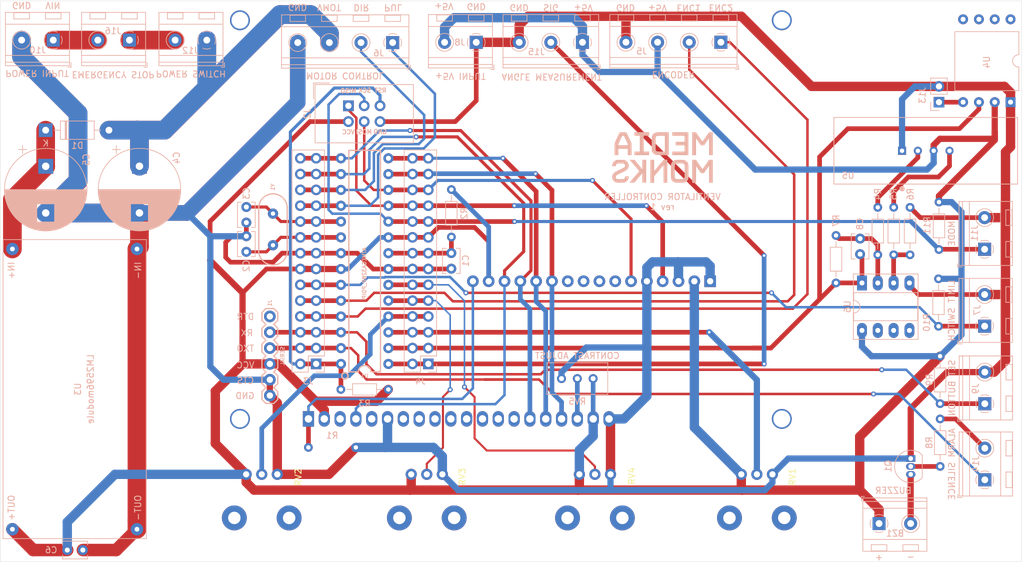
<source format=kicad_pcb>
(kicad_pcb (version 20171130) (host pcbnew "(5.1.2)-2")
  (layers (0 F.Cu signal) (31 B.Cu signal) (34 B.Paste user) (35 F.Paste user) (36 B.SilkS user) (37 F.SilkS user) (38 B.Mask user) (39 F.Mask user) (44 Edge.Cuts user))
  (net 0 "")
  (net 1 AREF)
  (net 2 GND)
  (net 3 DTR)
  (net 4 RST)
  (net 5 +5V)
  (net 6 D12)
  (net 7 D11)
  (net 8 "Net-(LCD1-Pad7)")
  (net 9 "Net-(LCD1-Pad8)")
  (net 10 "Net-(LCD1-Pad9)")
  (net 11 "Net-(LCD1-Pad10)")
  (net 12 D2)
  (net 13 D3)
  (net 14 D5)
  (net 15 D6)
  (net 16 A4)
  (net 17 A5)
  (net 18 XTAL1)
  (net 19 XTAL2)
  (net 20 A3)
  (net 21 A2)
  (net 22 A1)
  (net 23 A0)
  (net 24 "Net-(C5-Pad1)")
  (net 25 "Net-(U4-Pad5)")
  (net 26 "Net-(U4-Pad6)")
  (net 27 "Net-(U4-Pad7)")
  (net 28 "Net-(U4-Pad8)")
  (net 29 V_MOTOR)
  (net 30 VIN)
  (net 31 "Net-(C8-Pad2)")
  (net 32 D13)
  (net 33 "Net-(J13-Pad1)")
  (net 34 "Net-(Q1-Pad2)")
  (net 35 "Net-(BZ1-Pad2)")
  (net 36 "Net-(R4-Pad2)")
  (net 37 "Net-(R5-Pad2)")
  (net 38 "Net-(R5-Pad1)")
  (net 39 ALARM)
  (net 40 B7)
  (net 41 B6)
  (net 42 B4)
  (net 43 B5)
  (net 44 D1)
  (net 45 ALARM_SIGNAL)
  (net 46 D4)
  (net 47 VIN_O)
  (net 48 "Net-(LCD2-Pad18)")
  (net 49 "Net-(LCD2-Pad16)")
  (net 50 "Net-(LCD2-Pad14)")
  (net 51 "Net-(LCD2-Pad13)")
  (net 52 "Net-(LCD2-Pad12)")
  (net 53 "Net-(LCD2-Pad11)")
  (net 54 "Net-(LCD2-Pad10)")
  (net 55 "Net-(LCD2-Pad9)")
  (net 56 "Net-(LCD2-Pad8)")
  (net 57 "Net-(LCD2-Pad7)")
  (net 58 "Net-(LCD2-Pad3)")
  (net 59 K)
  (module Resistor_THT:R_Axial_DIN0204_L3.6mm_D1.6mm_P7.62mm_Horizontal (layer B.Cu) (at -19.67738 17.37106 180)
    (fp_text reference R3 (at 3.80492 -2.2352 180) (layer B.SilkS) (effects (justify mirror)))
    (fp_text value 10k)
    (pad 1 thru_hole circle (at 0 0 180) (size 1.4 1.4) (drill 0.7) (layers *.Cu *.Mask) (net 5 +5V))
    (pad 2 thru_hole oval (at 7.62 0 180) (size 1.4 1.4) (drill 0.7) (layers *.Cu *.Mask) (net 4 RST))
  )
  (module mediamonks:SIP1067W46P254L2946H2934Q4P (layer B.Cu) (at 66.61658 -20.94992)
    (fp_text reference U5 (at -12.4587 3.98272) (layer B.SilkS) (effects (font (size 1.000402 1.000402)) (justify mirror)))
    (fp_text value MPX10DP)
    (pad 1 thru_hole rect (at -3.81 0) (size 1.3 1.3) (drill 0.71) (layers *.Cu *.Mask) (net 2 GND))
    (pad 2 thru_hole circle (at -1.27 0) (size 1.3 1.3) (drill 0.71) (layers *.Cu *.Mask) (net 36 "Net-(R4-Pad2)"))
    (pad 3 thru_hole circle (at 1.27 0) (size 1.3 1.3) (drill 0.71) (layers *.Cu *.Mask) (net 5 +5V))
    (pad 4 thru_hole circle (at 3.81 0) (size 1.3 1.3) (drill 0.71) (layers *.Cu *.Mask) (net 37 "Net-(R5-Pad2)"))
  )
  (module Displays:LCD-16X2 (layer F.Cu) (at 0 -15.5 180)
    (fp_text reference LCD1)
    (fp_text value LCD-16X2SILK)
    (pad 1 thru_hole rect (at -31.99892 -15.49908 180) (size 1.8796 1.8796) (drill 1.016) (layers *.Cu *.Mask) (net 2 GND))
    (pad 2 thru_hole circle (at -29.45892 -15.49908 180) (size 1.8796 1.8796) (drill 1.016) (layers *.Cu *.Mask) (net 5 +5V))
    (pad 3 thru_hole circle (at -26.91892 -15.49908 180) (size 1.8796 1.8796) (drill 1.016) (layers *.Cu *.Mask) (net 2 GND))
    (pad 4 thru_hole circle (at -24.37892 -15.49908 180) (size 1.8796 1.8796) (drill 1.016) (layers *.Cu *.Mask) (net 6 D12))
    (pad 5 thru_hole circle (at -21.83892 -15.49908 180) (size 1.8796 1.8796) (drill 1.016) (layers *.Cu *.Mask) (net 2 GND))
    (pad 6 thru_hole circle (at -19.29892 -15.49908 180) (size 1.8796 1.8796) (drill 1.016) (layers *.Cu *.Mask) (net 7 D11))
    (pad 7 thru_hole circle (at -16.75892 -15.49908 180) (size 1.8796 1.8796) (drill 1.016) (layers *.Cu *.Mask) (net 8 "Net-(LCD1-Pad7)"))
    (pad 8 thru_hole circle (at -14.21892 -15.49908 180) (size 1.8796 1.8796) (drill 1.016) (layers *.Cu *.Mask) (net 9 "Net-(LCD1-Pad8)"))
    (pad 9 thru_hole circle (at -11.67892 -15.49908 180) (size 1.8796 1.8796) (drill 1.016) (layers *.Cu *.Mask) (net 10 "Net-(LCD1-Pad9)"))
    (pad 10 thru_hole circle (at -9.13892 -15.49908 180) (size 1.8796 1.8796) (drill 1.016) (layers *.Cu *.Mask) (net 11 "Net-(LCD1-Pad10)"))
    (pad 11 thru_hole circle (at -6.59892 -15.49908 180) (size 1.8796 1.8796) (drill 1.016) (layers *.Cu *.Mask) (net 42 B4))
    (pad 12 thru_hole circle (at -4.05892 -15.49908 180) (size 1.8796 1.8796) (drill 1.016) (layers *.Cu *.Mask) (net 43 B5))
    (pad 13 thru_hole circle (at -1.51892 -15.49908 180) (size 1.8796 1.8796) (drill 1.016) (layers *.Cu *.Mask) (net 41 B6))
    (pad 14 thru_hole circle (at 1.01854 -15.49908 180) (size 1.8796 1.8796) (drill 1.016) (layers *.Cu *.Mask) (net 40 B7))
    (pad 15 thru_hole circle (at 3.55854 -15.49908 180) (size 1.8796 1.8796) (drill 1.016) (layers *.Cu *.Mask) (net 5 +5V))
    (pad 16 thru_hole circle (at 6.09854 -15.49908 180) (size 1.8796 1.8796) (drill 1.016) (layers *.Cu *.Mask) (net 59 K))
    (pad "" np_thru_hole circle (at -37.49802 -15.49908 180) (size 2.79908 2.79908) (drill 2.79908) (layers *.Cu *.Mask))
    (pad "" np_thru_hole circle (at -37.49802 15.49908 180) (size 2.79908 2.79908) (drill 2.79908) (layers *.Cu *.Mask))
    (pad "" np_thru_hole circle (at 37.49802 -15.49908 180) (size 2.79908 2.79908) (drill 2.79908) (layers *.Cu *.Mask))
    (pad "" np_thru_hole circle (at 37.49802 15.49908 180) (size 2.79908 2.79908) (drill 2.79908) (layers *.Cu *.Mask))
  )
  (module mediamonks:LM2596MODULE (layer B.Cu) (at -70.03288 17.31772 270)
    (fp_text reference U3 (at 0 -0.5 270) (layer B.SilkS) (effects (justify mirror)))
    (fp_text value LM2596module (at 0 -2.54 270) (layer B.SilkS) (effects (justify mirror)))
    (fp_text user OUT+ (at 19.05 10.16 270) (layer B.SilkS) (effects (justify mirror)))
    (fp_text user OUT- (at 19.05 -10.16 270) (layer B.SilkS) (effects (justify mirror)))
    (fp_text user IN- (at -19.05 -10.16 270) (layer B.SilkS) (effects (justify mirror)))
    (fp_text user IN+ (at -19.05 10.16 270) (layer B.SilkS) (effects (justify mirror)))
    (pad 1 thru_hole circle (at -22.5 10 270) (size 2 2) (drill 0.762) (layers *.Cu *.Mask) (net 24 "Net-(C5-Pad1)"))
    (pad 2 thru_hole circle (at -22.5 -10 270) (size 2 2) (drill 0.762) (layers *.Cu *.Mask) (net 2 GND))
    (pad 3 thru_hole circle (at 22.5 -10 270) (size 2 2) (drill 0.762) (layers *.Cu *.Mask) (net 2 GND))
    (pad 4 thru_hole circle (at 22.5 10 270) (size 2 2) (drill 0.762) (layers *.Cu *.Mask) (net 5 +5V))
  )
  (module TerminalBlock_RND:TerminalBlock_RND_205-00233_1x03_P5.08mm_Horizontal (layer B.Cu) (at 11.49858 -38.36416 180)
    (fp_text reference J15 (at 7.40664 -1.53416) (layer B.SilkS) (effects (justify mirror)))
    (fp_text value "ANGLE MEASUREMENT" (at 4.953 -5.53466 180 unlocked) (layer B.SilkS) (effects (justify mirror)))
    (pad 1 thru_hole rect (at 0 0 180) (size 2.1 2.1) (drill 1.1) (layers *.Cu *.Mask) (net 5 +5V))
    (pad 2 thru_hole circle (at 5.08 0 180) (size 2.1 2.1) (drill 1.1) (layers *.Cu *.Mask) (net 17 A5))
    (pad 3 thru_hole circle (at 10.16 0 180) (size 2.1 2.1) (drill 1.1) (layers *.Cu *.Mask) (net 2 GND))
  )
  (module kicad:logo (layer B.Cu) (at 24.33 -19.87 180)
    (fp_text reference G*** hide)
    (fp_text value LOGO hide)
  )
  (module MountingHole:MountingHole_3.2mm_M3 (layer F.Cu) (at 59.47 -38.1)
    (fp_text reference REF**)
    (fp_text value MountingHole_3.2mm_M3)
    (pad 1 np_thru_hole circle (at 0 0) (size 3.2 3.2) (drill 3.2) (layers *.Cu *.Mask))
  )
  (module MountingHole:MountingHole_3.2mm_M3 (layer F.Cu) (at -52.99 37.9)
    (fp_text reference REF**)
    (fp_text value MountingHole_3.2mm_M3)
    (pad 1 np_thru_hole circle (at 0 0) (size 3.2 3.2) (drill 3.2) (layers *.Cu *.Mask))
  )
  (module MountingHole:MountingHole_3.2mm_M3 (layer F.Cu) (at 74.29 39.89)
    (fp_text reference REF**)
    (fp_text value MountingHole_3.2mm_M3)
    (pad 1 np_thru_hole circle (at 0 0) (size 3.2 3.2) (drill 3.2) (layers *.Cu *.Mask))
  )
  (module Resistor_THT:R_Axial_DIN0204_L3.6mm_D1.6mm_P7.62mm_Horizontal (layer B.Cu) (at 64.09182 -11.86688 270)
    (fp_text reference R6 (at -2.11074 -0.0508 90) (layer B.SilkS) (effects (justify mirror)))
    (fp_text value R)
    (pad 1 thru_hole circle (at 0 0 270) (size 1.4 1.4) (drill 0.7) (layers *.Cu *.Mask) (net 2 GND))
    (pad 2 thru_hole oval (at 7.62 0 270) (size 1.4 1.4) (drill 0.7) (layers *.Cu *.Mask) (net 38 "Net-(R5-Pad1)"))
  )
  (module Resistor_THT:R_Axial_DIN0204_L3.6mm_D1.6mm_P7.62mm_Horizontal (layer B.Cu) (at 61.47308 -4.25196 90)
    (fp_text reference R5 (at 9.74344 -0.0381 90) (layer B.SilkS) (effects (justify mirror)))
    (fp_text value 5k1)
    (pad 2 thru_hole oval (at 7.62 0 90) (size 1.4 1.4) (drill 0.7) (layers *.Cu *.Mask) (net 37 "Net-(R5-Pad2)"))
    (pad 1 thru_hole circle (at 0 0 90) (size 1.4 1.4) (drill 0.7) (layers *.Cu *.Mask) (net 38 "Net-(R5-Pad1)"))
  )
  (module Resistor_THT:R_Axial_DIN0204_L3.6mm_D1.6mm_P7.62mm_Horizontal (layer B.Cu) (at 52.20716 0.2667 90)
    (fp_text reference R7 (at 9.99744 0.03302 90) (layer B.SilkS) (effects (justify mirror)))
    (fp_text value 1M)
    (pad 2 thru_hole oval (at 7.62 0 90) (size 1.4 1.4) (drill 0.7) (layers *.Cu *.Mask) (net 31 "Net-(C8-Pad2)"))
    (pad 1 thru_hole circle (at 0 0 90) (size 1.4 1.4) (drill 0.7) (layers *.Cu *.Mask) (net 16 A4))
  )
  (module Package_DIP:DIP-8_W7.62mm_Socket_LongPads (layer B.Cu) (at 56.3753 0.27432 270)
    (fp_text reference U6 (at 3.81 2.33 90) (layer B.SilkS) (effects (justify mirror)))
    (fp_text value LM358P)
    (pad 1 thru_hole rect (at 0 0 270) (size 2.4 1.6) (drill 0.8) (layers *.Cu *.Mask) (net 16 A4))
    (pad 5 thru_hole oval (at 7.62 -7.62 270) (size 2.4 1.6) (drill 0.8) (layers *.Cu *.Mask))
    (pad 2 thru_hole oval (at 0 -2.54 270) (size 2.4 1.6) (drill 0.8) (layers *.Cu *.Mask) (net 31 "Net-(C8-Pad2)"))
    (pad 6 thru_hole oval (at 7.62 -5.08 270) (size 2.4 1.6) (drill 0.8) (layers *.Cu *.Mask))
    (pad 3 thru_hole oval (at 0 -5.08 270) (size 2.4 1.6) (drill 0.8) (layers *.Cu *.Mask) (net 38 "Net-(R5-Pad1)"))
    (pad 7 thru_hole oval (at 7.62 -2.54 270) (size 2.4 1.6) (drill 0.8) (layers *.Cu *.Mask))
    (pad 4 thru_hole oval (at 0 -7.62 270) (size 2.4 1.6) (drill 0.8) (layers *.Cu *.Mask) (net 2 GND))
    (pad 8 thru_hole oval (at 7.62 0 270) (size 2.4 1.6) (drill 0.8) (layers *.Cu *.Mask) (net 5 +5V))
  )
  (module Capacitor_THT:C_Disc_D3.8mm_W2.6mm_P2.50mm (layer B.Cu) (at 56.07304 -4.34848 90)
    (fp_text reference C8 (at 4.85902 -0.03048 90) (layer B.SilkS) (effects (justify mirror)))
    (fp_text value 100nF)
    (pad 1 thru_hole circle (at 0 0 90) (size 1.6 1.6) (drill 0.8) (layers *.Cu *.Mask) (net 16 A4))
    (pad 2 thru_hole circle (at 2.5 0 90) (size 1.6 1.6) (drill 0.8) (layers *.Cu *.Mask) (net 31 "Net-(C8-Pad2)"))
  )
  (module Resistor_THT:R_Axial_DIN0204_L3.6mm_D1.6mm_P7.62mm_Horizontal (layer B.Cu) (at 58.91276 -4.24434 90)
    (fp_text reference R4 (at 9.74344 0.0127 90) (layer B.SilkS) (effects (justify mirror)))
    (fp_text value 5k1)
    (pad 1 thru_hole circle (at 0 0 90) (size 1.4 1.4) (drill 0.7) (layers *.Cu *.Mask) (net 31 "Net-(C8-Pad2)"))
    (pad 2 thru_hole oval (at 7.62 0 90) (size 1.4 1.4) (drill 0.7) (layers *.Cu *.Mask) (net 36 "Net-(R4-Pad2)"))
  )
  (module Connectors:FTDI_BASIC (layer B.Cu) (at -38.6968 5.64896 270)
    (fp_text reference J1 (at -2.1336 0.00772 90) (layer B.SilkS) (effects (font (size 0.6096 0.6096) (thickness 0.127)) (justify mirror)))
    (fp_text value SERIAL (at 6.35 -2.032 90) (layer B.SilkS) (effects (font (size 0.6096 0.6096) (thickness 0.127)) (justify mirror)))
    (pad CTS thru_hole circle (at 10.16 0 270) (size 1.8796 1.8796) (drill 1.016) (layers *.Cu *.Mask) (net 2 GND))
    (pad DTR thru_hole circle (at 0 0 270) (size 1.8796 1.8796) (drill 1.016) (layers *.Cu *.Mask) (net 3 DTR))
    (pad GND thru_hole circle (at 12.7 0 270) (size 1.8796 1.8796) (drill 1.016) (layers *.Cu *.Mask) (net 2 GND))
    (pad RXI thru_hole circle (at 2.54 0 270) (size 1.8796 1.8796) (drill 1.016) (layers *.Cu *.Mask) (net 44 D1))
    (pad TXO thru_hole circle (at 5.08 0 270) (size 1.8796 1.8796) (drill 1.016) (layers *.Cu *.Mask) (net 45 ALARM_SIGNAL))
    (pad VCC thru_hole circle (at 7.62 0 270) (size 1.8796 1.8796) (drill 1.016) (layers *.Cu *.Mask) (net 5 +5V))
  )
  (module Capacitor_THT:C_Disc_D3.8mm_W2.6mm_P2.50mm (layer B.Cu) (at -9.56056 -4.51866 270)
    (fp_text reference C1 (at 1.24206 -2.30124 90) (layer B.SilkS) (effects (justify mirror)))
    (fp_text value 0.1uF)
    (pad 1 thru_hole circle (at 0 0 270) (size 1.6 1.6) (drill 0.8) (layers *.Cu *.Mask) (net 1 AREF))
    (pad 2 thru_hole circle (at 2.5 0 270) (size 1.6 1.6) (drill 0.8) (layers *.Cu *.Mask) (net 2 GND))
  )
  (module Capacitor_THT:C_Disc_D3.8mm_W2.6mm_P2.50mm (layer B.Cu) (at -42.47134 -4.72694 90)
    (fp_text reference C2 (at -2.25044 -0.00508 90) (layer B.SilkS) (effects (justify mirror)))
    (fp_text value C_Small)
    (pad 1 thru_hole circle (at 0 0 90) (size 1.6 1.6) (drill 0.8) (layers *.Cu *.Mask) (net 18 XTAL1))
    (pad 2 thru_hole circle (at 2.5 0 90) (size 1.6 1.6) (drill 0.8) (layers *.Cu *.Mask) (net 2 GND))
  )
  (module Capacitor_THT:C_Disc_D3.8mm_W2.6mm_P2.50mm (layer B.Cu) (at -42.47134 -11.92022 270)
    (fp_text reference C3 (at -2.18948 -0.02286 90) (layer B.SilkS) (effects (justify mirror)))
    (fp_text value C_Small)
    (pad 2 thru_hole circle (at 2.5 0 270) (size 1.6 1.6) (drill 0.8) (layers *.Cu *.Mask) (net 2 GND))
    (pad 1 thru_hole circle (at 0 0 270) (size 1.6 1.6) (drill 0.8) (layers *.Cu *.Mask) (net 19 XTAL2))
  )
  (module Connector_IDC:IDC-Header_2x03_P2.54mm_Vertical (layer B.Cu) (at -26.0858 -28.17368 270)
    (fp_text reference J2 (at 1.27 6.604 90) (layer B.SilkS) (effects (justify mirror)))
    (fp_text value AVR-ISP)
    (pad 1 thru_hole rect (at 0 0 270) (size 1.7272 1.7272) (drill 1.016) (layers *.Cu *.Mask) (net 6 D12))
    (pad 2 thru_hole oval (at 2.54 0 270) (size 1.7272 1.7272) (drill 1.016) (layers *.Cu *.Mask) (net 5 +5V))
    (pad 3 thru_hole oval (at 0 -2.54 270) (size 1.7272 1.7272) (drill 1.016) (layers *.Cu *.Mask) (net 32 D13))
    (pad 4 thru_hole oval (at 2.54 -2.54 270) (size 1.7272 1.7272) (drill 1.016) (layers *.Cu *.Mask) (net 7 D11))
    (pad 5 thru_hole oval (at 0 -5.08 270) (size 1.7272 1.7272) (drill 1.016) (layers *.Cu *.Mask) (net 4 RST))
    (pad 6 thru_hole oval (at 2.54 -5.08 270) (size 1.7272 1.7272) (drill 1.016) (layers *.Cu *.Mask) (net 2 GND))
  )
  (module Resistor_THT:R_Axial_DIN0204_L3.6mm_D1.6mm_P7.62mm_Horizontal (layer B.Cu) (at -24.89 26.68 180)
    (fp_text reference R1 (at 3.81 1.92) (layer B.SilkS) (effects (justify mirror)))
    (fp_text value 220)
    (pad 2 thru_hole oval (at 7.62 0 180) (size 1.4 1.4) (drill 0.7) (layers *.Cu *.Mask) (net 59 K))
    (pad 1 thru_hole circle (at 0 0 180) (size 1.4 1.4) (drill 0.7) (layers *.Cu *.Mask) (net 2 GND))
  )
  (module Resistor_THT:R_Axial_DIN0204_L3.6mm_D1.6mm_P7.62mm_Horizontal (layer B.Cu) (at -9.5504 -7.10184 90)
    (fp_text reference R2 (at 3.7846 2.0574 90) (layer B.SilkS) (effects (justify mirror)))
    (fp_text value 5K)
    (pad 1 thru_hole circle (at 0 0 90) (size 1.4 1.4) (drill 0.7) (layers *.Cu *.Mask) (net 1 AREF))
    (pad 2 thru_hole oval (at 7.62 0 90) (size 1.4 1.4) (drill 0.7) (layers *.Cu *.Mask) (net 5 +5V))
  )
  (module Silicon-Standard:DIP28 (layer B.Cu) (at -23.47214 -3.23342 90)
    (fp_text reference U1 (at -18.415 0 180) (layer B.SilkS) (effects (font (size 0.6096 0.6096) (thickness 0.127)) (justify mirror)))
    (fp_text value ATMEGA328P_PDIP (at -1.96342 -0.0508 270) (layer B.SilkS) (effects (font (size 0.6096 0.6096) (thickness 0.127)) (justify mirror)))
    (pad 1 thru_hole circle (at -16.51 -3.81 90) (size 1.6256 1.6256) (drill 0.8128) (layers *.Cu *.Mask) (net 4 RST))
    (pad 2 thru_hole circle (at -13.97 -3.81 90) (size 1.6256 1.6256) (drill 0.8128) (layers *.Cu *.Mask) (net 45 ALARM_SIGNAL))
    (pad 3 thru_hole circle (at -11.43 -3.81 90) (size 1.6256 1.6256) (drill 0.8128) (layers *.Cu *.Mask) (net 44 D1))
    (pad 4 thru_hole circle (at -8.89 -3.81 90) (size 1.6256 1.6256) (drill 0.8128) (layers *.Cu *.Mask) (net 12 D2))
    (pad 5 thru_hole circle (at -6.35 -3.81 90) (size 1.6256 1.6256) (drill 0.8128) (layers *.Cu *.Mask) (net 13 D3))
    (pad 6 thru_hole circle (at -3.81 -3.81 90) (size 1.6256 1.6256) (drill 0.8128) (layers *.Cu *.Mask) (net 46 D4))
    (pad 7 thru_hole circle (at -1.27 -3.81 90) (size 1.6256 1.6256) (drill 0.8128) (layers *.Cu *.Mask) (net 5 +5V))
    (pad 8 thru_hole circle (at 1.27 -3.81 90) (size 1.6256 1.6256) (drill 0.8128) (layers *.Cu *.Mask) (net 2 GND))
    (pad 9 thru_hole circle (at 3.81 -3.81 90) (size 1.6256 1.6256) (drill 0.8128) (layers *.Cu *.Mask) (net 18 XTAL1))
    (pad 10 thru_hole circle (at 6.35 -3.81 90) (size 1.6256 1.6256) (drill 0.8128) (layers *.Cu *.Mask) (net 19 XTAL2))
    (pad 11 thru_hole circle (at 8.89 -3.81 90) (size 1.6256 1.6256) (drill 0.8128) (layers *.Cu *.Mask) (net 14 D5))
    (pad 12 thru_hole circle (at 11.43 -3.81 90) (size 1.6256 1.6256) (drill 0.8128) (layers *.Cu *.Mask) (net 15 D6))
    (pad 13 thru_hole circle (at 13.97 -3.81 90) (size 1.6256 1.6256) (drill 0.8128) (layers *.Cu *.Mask) (net 40 B7))
    (pad 14 thru_hole circle (at 16.51 -3.81 90) (size 1.6256 1.6256) (drill 0.8128) (layers *.Cu *.Mask) (net 41 B6))
    (pad 15 thru_hole circle (at 16.51 3.81 90) (size 1.6256 1.6256) (drill 0.8128) (layers *.Cu *.Mask) (net 43 B5))
    (pad 16 thru_hole circle (at 13.97 3.81 90) (size 1.6256 1.6256) (drill 0.8128) (layers *.Cu *.Mask) (net 42 B4))
    (pad 17 thru_hole circle (at 11.43 3.81 90) (size 1.6256 1.6256) (drill 0.8128) (layers *.Cu *.Mask) (net 7 D11))
    (pad 18 thru_hole circle (at 8.89 3.81 90) (size 1.6256 1.6256) (drill 0.8128) (layers *.Cu *.Mask) (net 6 D12))
    (pad 19 thru_hole circle (at 6.35 3.81 90) (size 1.6256 1.6256) (drill 0.8128) (layers *.Cu *.Mask) (net 32 D13))
    (pad 20 thru_hole circle (at 3.81 3.81 90) (size 1.6256 1.6256) (drill 0.8128) (layers *.Cu *.Mask) (net 5 +5V))
    (pad 21 thru_hole circle (at 1.27 3.81 90) (size 1.6256 1.6256) (drill 0.8128) (layers *.Cu *.Mask) (net 1 AREF))
    (pad 22 thru_hole circle (at -1.27 3.81 90) (size 1.6256 1.6256) (drill 0.8128) (layers *.Cu *.Mask) (net 2 GND))
    (pad 23 thru_hole circle (at -3.81 3.81 90) (size 1.6256 1.6256) (drill 0.8128) (layers *.Cu *.Mask) (net 23 A0))
    (pad 24 thru_hole circle (at -6.35 3.81 90) (size 1.6256 1.6256) (drill 0.8128) (layers *.Cu *.Mask) (net 22 A1))
    (pad 25 thru_hole circle (at -8.89 3.81 90) (size 1.6256 1.6256) (drill 0.8128) (layers *.Cu *.Mask) (net 21 A2))
    (pad 26 thru_hole circle (at -11.43 3.81 90) (size 1.6256 1.6256) (drill 0.8128) (layers *.Cu *.Mask) (net 20 A3))
    (pad 27 thru_hole circle (at -13.97 3.81 90) (size 1.6256 1.6256) (drill 0.8128) (layers *.Cu *.Mask) (net 16 A4))
    (pad 28 thru_hole circle (at -16.51 3.81 90) (size 1.6256 1.6256) (drill 0.8128) (layers *.Cu *.Mask) (net 17 A5))
  )
  (module Clocks:HC49US (layer B.Cu) (at -38.19398 -8.32104 270)
    (fp_text reference Y1 (at -6.79196 0.01778 90) (layer B.SilkS) (effects (font (size 0.6096 0.6096) (thickness 0.127)) (justify mirror)))
    (fp_text value 16MHZ)
    (pad 1 thru_hole circle (at -2.54 0 270) (size 1.651 1.651) (drill 0.6985) (layers *.Cu *.Mask) (net 19 XTAL2))
    (pad 2 thru_hole circle (at 2.54 0 270) (size 1.651 1.651) (drill 0.6985) (layers *.Cu *.Mask) (net 18 XTAL1))
  )
  (module Potentiometer_THT:Potentiometer_Bourns_PTV09A-1_Single_Vertical (layer F.Cu) (at 37 31 270)
    (fp_text reference RV1 (at 0.42418 -8.22198 90) (layer F.SilkS))
    (fp_text value R_POT)
    (pad 3 thru_hole circle (at 0 -5 270) (size 1.8 1.8) (drill 1) (layers *.Cu *.Mask) (net 2 GND))
    (pad 2 thru_hole circle (at 0 -2.5 270) (size 1.8 1.8) (drill 1) (layers *.Cu *.Mask) (net 20 A3))
    (pad 1 thru_hole circle (at 0 0 270) (size 1.8 1.8) (drill 1) (layers *.Cu *.Mask) (net 5 +5V))
    (pad "" np_thru_hole circle (at 7 -6.9 270) (size 4 4) (drill 2) (layers *.Cu *.Mask))
    (pad "" np_thru_hole circle (at 7 1.9 270) (size 4 4) (drill 2) (layers *.Cu *.Mask))
  )
  (module Potentiometer_THT:Potentiometer_Bourns_PTV09A-1_Single_Vertical (layer F.Cu) (at -42.5 31 270)
    (fp_text reference RV2 (at 0.45466 -8.36168 90) (layer F.SilkS))
    (fp_text value R_POT)
    (pad 3 thru_hole circle (at 0 -5 270) (size 1.8 1.8) (drill 1) (layers *.Cu *.Mask) (net 2 GND))
    (pad 2 thru_hole circle (at 0 -2.5 270) (size 1.8 1.8) (drill 1) (layers *.Cu *.Mask) (net 21 A2))
    (pad 1 thru_hole circle (at 0 0 270) (size 1.8 1.8) (drill 1) (layers *.Cu *.Mask) (net 5 +5V))
    (pad "" np_thru_hole circle (at 7 -6.9 270) (size 4 4) (drill 2) (layers *.Cu *.Mask))
    (pad "" np_thru_hole circle (at 7 1.9 270) (size 4 4) (drill 2) (layers *.Cu *.Mask))
  )
  (module Potentiometer_THT:Potentiometer_Bourns_PTV09A-1_Single_Vertical (layer F.Cu) (at -16 31 270)
    (fp_text reference RV3 (at 0.38862 -8.21182 90) (layer F.SilkS))
    (fp_text value R_POT)
    (pad "" np_thru_hole circle (at 7 1.9 270) (size 4 4) (drill 2) (layers *.Cu *.Mask))
    (pad "" np_thru_hole circle (at 7 -6.9 270) (size 4 4) (drill 2) (layers *.Cu *.Mask))
    (pad 1 thru_hole circle (at 0 0 270) (size 1.8 1.8) (drill 1) (layers *.Cu *.Mask) (net 5 +5V))
    (pad 2 thru_hole circle (at 0 -2.5 270) (size 1.8 1.8) (drill 1) (layers *.Cu *.Mask) (net 22 A1))
    (pad 3 thru_hole circle (at 0 -5 270) (size 1.8 1.8) (drill 1) (layers *.Cu *.Mask) (net 2 GND))
  )
  (module Potentiometer_THT:Potentiometer_Bourns_PTV09A-1_Single_Vertical (layer F.Cu) (at 11 31 270)
    (fp_text reference RV4 (at 0.27178 -8.42518 90) (layer F.SilkS))
    (fp_text value R_POT)
    (pad 3 thru_hole circle (at 0 -5 270) (size 1.8 1.8) (drill 1) (layers *.Cu *.Mask) (net 2 GND))
    (pad 2 thru_hole circle (at 0 -2.5 270) (size 1.8 1.8) (drill 1) (layers *.Cu *.Mask) (net 23 A0))
    (pad 1 thru_hole circle (at 0 0 270) (size 1.8 1.8) (drill 1) (layers *.Cu *.Mask) (net 5 +5V))
    (pad "" np_thru_hole circle (at 7 -6.9 270) (size 4 4) (drill 2) (layers *.Cu *.Mask))
    (pad "" np_thru_hole circle (at 7 1.9 270) (size 4 4) (drill 2) (layers *.Cu *.Mask))
  )
  (module Connector_PinSocket_2.54mm:PinSocket_2x14_P2.54mm_Vertical (layer B.Cu) (at -31.26232 13.26896)
    (fp_text reference J3 (at -1.27 2.77 180) (layer B.SilkS) (effects (justify mirror)))
    (fp_text value Conn_02x14_Odd_Even)
    (pad 1 thru_hole rect (at 0 0) (size 1.7 1.7) (drill 1) (layers *.Cu *.Mask) (net 4 RST))
    (pad 2 thru_hole oval (at -2.54 0) (size 1.7 1.7) (drill 1) (layers *.Cu *.Mask) (net 4 RST))
    (pad 3 thru_hole oval (at 0 -2.54) (size 1.7 1.7) (drill 1) (layers *.Cu *.Mask) (net 45 ALARM_SIGNAL))
    (pad 4 thru_hole oval (at -2.54 -2.54) (size 1.7 1.7) (drill 1) (layers *.Cu *.Mask) (net 45 ALARM_SIGNAL))
    (pad 5 thru_hole oval (at 0 -5.08) (size 1.7 1.7) (drill 1) (layers *.Cu *.Mask) (net 44 D1))
    (pad 6 thru_hole oval (at -2.54 -5.08) (size 1.7 1.7) (drill 1) (layers *.Cu *.Mask) (net 44 D1))
    (pad 7 thru_hole oval (at 0 -7.62) (size 1.7 1.7) (drill 1) (layers *.Cu *.Mask) (net 12 D2))
    (pad 8 thru_hole oval (at -2.54 -7.62) (size 1.7 1.7) (drill 1) (layers *.Cu *.Mask) (net 12 D2))
    (pad 9 thru_hole oval (at 0 -10.16) (size 1.7 1.7) (drill 1) (layers *.Cu *.Mask) (net 13 D3))
    (pad 10 thru_hole oval (at -2.54 -10.16) (size 1.7 1.7) (drill 1) (layers *.Cu *.Mask) (net 13 D3))
    (pad 11 thru_hole oval (at 0 -12.7) (size 1.7 1.7) (drill 1) (layers *.Cu *.Mask) (net 46 D4))
    (pad 12 thru_hole oval (at -2.54 -12.7) (size 1.7 1.7) (drill 1) (layers *.Cu *.Mask) (net 46 D4))
    (pad 13 thru_hole oval (at 0 -15.24) (size 1.7 1.7) (drill 1) (layers *.Cu *.Mask) (net 5 +5V))
    (pad 14 thru_hole oval (at -2.54 -15.24) (size 1.7 1.7) (drill 1) (layers *.Cu *.Mask) (net 5 +5V))
    (pad 15 thru_hole oval (at 0 -17.78) (size 1.7 1.7) (drill 1) (layers *.Cu *.Mask) (net 2 GND))
    (pad 16 thru_hole oval (at -2.54 -17.78) (size 1.7 1.7) (drill 1) (layers *.Cu *.Mask) (net 2 GND))
    (pad 17 thru_hole oval (at 0 -20.32) (size 1.7 1.7) (drill 1) (layers *.Cu *.Mask) (net 18 XTAL1))
    (pad 18 thru_hole oval (at -2.54 -20.32) (size 1.7 1.7) (drill 1) (layers *.Cu *.Mask) (net 18 XTAL1))
    (pad 19 thru_hole oval (at 0 -22.86) (size 1.7 1.7) (drill 1) (layers *.Cu *.Mask) (net 19 XTAL2))
    (pad 20 thru_hole oval (at -2.54 -22.86) (size 1.7 1.7) (drill 1) (layers *.Cu *.Mask) (net 19 XTAL2))
    (pad 21 thru_hole oval (at 0 -25.4) (size 1.7 1.7) (drill 1) (layers *.Cu *.Mask) (net 14 D5))
    (pad 22 thru_hole oval (at -2.54 -25.4) (size 1.7 1.7) (drill 1) (layers *.Cu *.Mask) (net 14 D5))
    (pad 23 thru_hole oval (at 0 -27.94) (size 1.7 1.7) (drill 1) (layers *.Cu *.Mask) (net 15 D6))
    (pad 24 thru_hole oval (at -2.54 -27.94) (size 1.7 1.7) (drill 1) (layers *.Cu *.Mask) (net 15 D6))
    (pad 25 thru_hole oval (at 0 -30.48) (size 1.7 1.7) (drill 1) (layers *.Cu *.Mask) (net 40 B7))
    (pad 26 thru_hole oval (at -2.54 -30.48) (size 1.7 1.7) (drill 1) (layers *.Cu *.Mask) (net 40 B7))
    (pad 27 thru_hole oval (at 0 -33.02) (size 1.7 1.7) (drill 1) (layers *.Cu *.Mask) (net 41 B6))
    (pad 28 thru_hole oval (at -2.54 -33.02) (size 1.7 1.7) (drill 1) (layers *.Cu *.Mask) (net 41 B6))
  )
  (module Connector_PinSocket_2.54mm:PinSocket_2x14_P2.54mm_Vertical (layer B.Cu) (at -13.25372 13.26896)
    (fp_text reference J4 (at -1.27 2.77 180) (layer B.SilkS) (effects (justify mirror)))
    (fp_text value Conn_02x14_Odd_Even)
    (pad 1 thru_hole rect (at 0 0) (size 1.7 1.7) (drill 1) (layers *.Cu *.Mask) (net 17 A5))
    (pad 2 thru_hole oval (at -2.54 0) (size 1.7 1.7) (drill 1) (layers *.Cu *.Mask) (net 17 A5))
    (pad 3 thru_hole oval (at 0 -2.54) (size 1.7 1.7) (drill 1) (layers *.Cu *.Mask) (net 16 A4))
    (pad 4 thru_hole oval (at -2.54 -2.54) (size 1.7 1.7) (drill 1) (layers *.Cu *.Mask) (net 16 A4))
    (pad 5 thru_hole oval (at 0 -5.08) (size 1.7 1.7) (drill 1) (layers *.Cu *.Mask) (net 20 A3))
    (pad 6 thru_hole oval (at -2.54 -5.08) (size 1.7 1.7) (drill 1) (layers *.Cu *.Mask) (net 20 A3))
    (pad 7 thru_hole oval (at 0 -7.62) (size 1.7 1.7) (drill 1) (layers *.Cu *.Mask) (net 21 A2))
    (pad 8 thru_hole oval (at -2.54 -7.62) (size 1.7 1.7) (drill 1) (layers *.Cu *.Mask) (net 21 A2))
    (pad 9 thru_hole oval (at 0 -10.16) (size 1.7 1.7) (drill 1) (layers *.Cu *.Mask) (net 22 A1))
    (pad 10 thru_hole oval (at -2.54 -10.16) (size 1.7 1.7) (drill 1) (layers *.Cu *.Mask) (net 22 A1))
    (pad 11 thru_hole oval (at 0 -12.7) (size 1.7 1.7) (drill 1) (layers *.Cu *.Mask) (net 23 A0))
    (pad 12 thru_hole oval (at -2.54 -12.7) (size 1.7 1.7) (drill 1) (layers *.Cu *.Mask) (net 23 A0))
    (pad 13 thru_hole oval (at 0 -15.24) (size 1.7 1.7) (drill 1) (layers *.Cu *.Mask) (net 2 GND))
    (pad 14 thru_hole oval (at -2.54 -15.24) (size 1.7 1.7) (drill 1) (layers *.Cu *.Mask) (net 2 GND))
    (pad 15 thru_hole oval (at 0 -17.78) (size 1.7 1.7) (drill 1) (layers *.Cu *.Mask) (net 1 AREF))
    (pad 16 thru_hole oval (at -2.54 -17.78) (size 1.7 1.7) (drill 1) (layers *.Cu *.Mask) (net 1 AREF))
    (pad 17 thru_hole oval (at 0 -20.32) (size 1.7 1.7) (drill 1) (layers *.Cu *.Mask) (net 5 +5V))
    (pad 18 thru_hole oval (at -2.54 -20.32) (size 1.7 1.7) (drill 1) (layers *.Cu *.Mask) (net 5 +5V))
    (pad 19 thru_hole oval (at 0 -22.86) (size 1.7 1.7) (drill 1) (layers *.Cu *.Mask) (net 32 D13))
    (pad 20 thru_hole oval (at -2.54 -22.86) (size 1.7 1.7) (drill 1) (layers *.Cu *.Mask) (net 32 D13))
    (pad 21 thru_hole oval (at 0 -25.4) (size 1.7 1.7) (drill 1) (layers *.Cu *.Mask) (net 6 D12))
    (pad 22 thru_hole oval (at -2.54 -25.4) (size 1.7 1.7) (drill 1) (layers *.Cu *.Mask) (net 6 D12))
    (pad 23 thru_hole oval (at 0 -27.94) (size 1.7 1.7) (drill 1) (layers *.Cu *.Mask) (net 7 D11))
    (pad 24 thru_hole oval (at -2.54 -27.94) (size 1.7 1.7) (drill 1) (layers *.Cu *.Mask) (net 7 D11))
    (pad 25 thru_hole oval (at 0 -30.48) (size 1.7 1.7) (drill 1) (layers *.Cu *.Mask) (net 42 B4))
    (pad 26 thru_hole oval (at -2.54 -30.48) (size 1.7 1.7) (drill 1) (layers *.Cu *.Mask) (net 42 B4))
    (pad 27 thru_hole oval (at 0 -33.02) (size 1.7 1.7) (drill 1) (layers *.Cu *.Mask) (net 43 B5))
    (pad 28 thru_hole oval (at -2.54 -33.02) (size 1.7 1.7) (drill 1) (layers *.Cu *.Mask) (net 43 B5))
  )
  (module Capacitor_THT:C_Disc_D3.8mm_W2.6mm_P2.50mm (layer B.Cu) (at -71.2216 43.15714)
    (fp_text reference C6 (at -2.58826 0 180) (layer B.SilkS) (effects (justify mirror)))
    (fp_text value 0.1uF)
    (pad 1 thru_hole circle (at 0 0) (size 1.6 1.6) (drill 0.8) (layers *.Cu *.Mask) (net 5 +5V))
    (pad 2 thru_hole circle (at 2.5 0) (size 1.6 1.6) (drill 0.8) (layers *.Cu *.Mask) (net 2 GND))
  )
  (module mediamonks:DIP-8_W13.3mm (layer B.Cu) (at 80.23098 -28.75788 90)
    (fp_text reference U4 (at 6.4135 -3.82778 270) (layer B.SilkS) (effects (justify mirror)))
    (fp_text value SSCDRRN100MDAA5)
    (pad 1 thru_hole rect (at 0 0 90) (size 1.6 1.6) (drill 0.8) (layers *.Cu *.Mask) (net 2 GND))
    (pad 5 thru_hole oval (at 13.3 -7.62 90) (size 1.6 1.6) (drill 0.8) (layers *.Cu *.Mask) (net 25 "Net-(U4-Pad5)"))
    (pad 2 thru_hole oval (at 0 -2.54 90) (size 1.6 1.6) (drill 0.8) (layers *.Cu *.Mask) (net 5 +5V))
    (pad 6 thru_hole oval (at 13.3 -5.08 90) (size 1.6 1.6) (drill 0.8) (layers *.Cu *.Mask) (net 26 "Net-(U4-Pad6)"))
    (pad 3 thru_hole oval (at 0 -5.08 90) (size 1.6 1.6) (drill 0.8) (layers *.Cu *.Mask) (net 16 A4))
    (pad 7 thru_hole oval (at 13.3 -2.54 90) (size 1.6 1.6) (drill 0.8) (layers *.Cu *.Mask) (net 27 "Net-(U4-Pad7)"))
    (pad 4 thru_hole oval (at 0 -7.62 90) (size 1.6 1.6) (drill 0.8) (layers *.Cu *.Mask) (net 33 "Net-(J13-Pad1)"))
    (pad 8 thru_hole oval (at 13.3 0 90) (size 1.6 1.6) (drill 0.8) (layers *.Cu *.Mask) (net 28 "Net-(U4-Pad8)"))
  )
  (module Diode_THT:D_DO-41_SOD81_P10.16mm_Horizontal (layer B.Cu) (at -74.69378 -24.257)
    (fp_text reference D1 (at 5.08 2.47 180) (layer B.SilkS) (effects (justify mirror)))
    (fp_text value D)
    (fp_text user K (at 0 2.1 180) (layer B.SilkS) (effects (justify mirror)))
    (pad 1 thru_hole rect (at 0 0) (size 2.2 2.2) (drill 1.1) (layers *.Cu *.Mask) (net 24 "Net-(C5-Pad1)"))
    (pad 2 thru_hole oval (at 10.16 0) (size 2.2 2.2) (drill 1.1) (layers *.Cu *.Mask) (net 29 V_MOTOR))
  )
  (module Connector_PinHeader_2.54mm:PinHeader_1x02_P2.54mm_Vertical (layer B.Cu) (at 68.73748 -28.74772)
    (fp_text reference J13 (at -2.66192 -1.11506 90) (layer B.SilkS) (effects (justify mirror)))
    (fp_text value Conn_01x02)
    (pad 1 thru_hole rect (at 0 0) (size 1.7 1.7) (drill 1) (layers *.Cu *.Mask) (net 33 "Net-(J13-Pad1)"))
    (pad 2 thru_hole oval (at 0 -2.54) (size 1.7 1.7) (drill 1) (layers *.Cu *.Mask) (net 2 GND))
  )
  (module Package_TO_SOT_THT:TO-92_Inline (layer B.Cu) (at 64.20358 28.46578 270)
    (fp_text reference Q1 (at 1.22936 3.61442 90) (layer B.SilkS) (effects (justify mirror)))
    (fp_text value PN2222A)
    (pad 2 thru_hole oval (at 1.27 0 270) (size 1.05 1.5) (drill 0.75) (layers *.Cu *.Mask) (net 34 "Net-(Q1-Pad2)"))
    (pad 3 thru_hole oval (at 2.54 0 270) (size 1.05 1.5) (drill 0.75) (layers *.Cu *.Mask) (net 35 "Net-(BZ1-Pad2)"))
    (pad 1 thru_hole rect (at 0 0 270) (size 1.05 1.5) (drill 0.75) (layers *.Cu *.Mask) (net 2 GND))
  )
  (module Resistor_THT:R_Axial_DIN0204_L3.6mm_D1.6mm_P7.62mm_Horizontal (layer B.Cu) (at 68.93052 22.10562 270)
    (fp_text reference R8 (at 3.811839 1.760661 270) (layer B.SilkS) (effects (justify mirror)))
    (fp_text value 1k)
    (pad 1 thru_hole circle (at 0 0 270) (size 1.4 1.4) (drill 0.7) (layers *.Cu *.Mask) (net 39 ALARM))
    (pad 2 thru_hole oval (at 7.62 0 270) (size 1.4 1.4) (drill 0.7) (layers *.Cu *.Mask) (net 34 "Net-(Q1-Pad2)"))
  )
  (module TerminalBlock_RND:TerminalBlock_RND_205-00232_1x02_P5.08mm_Horizontal (layer B.Cu) (at 59.11342 38.9)
    (fp_text reference BZ1 (at 2.57048 1.58496 180) (layer B.SilkS) (effects (justify mirror)))
    (fp_text value BUZZER (at 2.30378 -5.29336 unlocked) (layer B.SilkS) (effects (justify mirror)))
    (pad 1 thru_hole rect (at 0 0) (size 2.1 2.1) (drill 1.1) (layers *.Cu *.Mask) (net 5 +5V))
    (pad 2 thru_hole circle (at 5.08 0) (size 2.1 2.1) (drill 1.1) (layers *.Cu *.Mask) (net 35 "Net-(BZ1-Pad2)"))
  )
  (module TerminalBlock_RND:TerminalBlock_RND_205-00232_1x02_P5.08mm_Horizontal (layer B.Cu) (at -73.47458 -38.71722 180)
    (fp_text reference J10 (at 2.48412 -1.61798 180) (layer B.SilkS) (effects (justify mirror)))
    (fp_text value "POWER INPUT" (at 2.58826 -5.31368 180 unlocked) (layer B.SilkS) (effects (justify mirror)))
    (pad 1 thru_hole rect (at 0 0 180) (size 2.1 2.1) (drill 1.1) (layers *.Cu *.Mask) (net 30 VIN))
    (pad 2 thru_hole circle (at 5.08 0 180) (size 2.1 2.1) (drill 1.1) (layers *.Cu *.Mask) (net 2 GND))
  )
  (module TerminalBlock_RND:TerminalBlock_RND_205-00232_1x02_P5.08mm_Horizontal (layer B.Cu) (at 76.098459 19.667799 90)
    (fp_text reference J9 (at 2.428819 -1.496119 270) (layer B.SilkS) (effects (justify mirror)))
    (fp_text value "SET BUTTON" (at 2.543119 -5.273099 90 unlocked) (layer B.SilkS) (effects (justify mirror)))
    (pad 2 thru_hole circle (at 5.08 0 90) (size 2.1 2.1) (drill 1.1) (layers *.Cu *.Mask) (net 2 GND))
    (pad 1 thru_hole rect (at 0 0 90) (size 2.1 2.1) (drill 1.1) (layers *.Cu *.Mask) (net 44 D1))
  )
  (module TerminalBlock_RND:TerminalBlock_RND_205-00232_1x02_P5.08mm_Horizontal (layer B.Cu) (at 76.09586 31.87954 90)
    (fp_text reference J14 (at 2.543059 -1.442779 270) (layer B.SilkS) (effects (justify mirror)))
    (fp_text value "ALARM SILENCE" (at 2.515119 -5.295959 90 unlocked) (layer B.SilkS) (effects (justify mirror)))
    (pad 1 thru_hole rect (at 0 0 90) (size 2.1 2.1) (drill 1.1) (layers *.Cu *.Mask) (net 45 ALARM_SIGNAL))
    (pad 2 thru_hole circle (at 5.08 0 90) (size 2.1 2.1) (drill 1.1) (layers *.Cu *.Mask) (net 39 ALARM))
  )
  (module Resistor_THT:R_Axial_DIN0204_L3.6mm_D1.6mm_P7.62mm_Horizontal (layer B.Cu) (at 68.92036 19.65198 90)
    (fp_text reference R9 (at 3.82016 -1.71196 270) (layer B.SilkS) (effects (justify mirror)))
    (fp_text value 10k)
    (pad 2 thru_hole oval (at 7.62 0 90) (size 1.4 1.4) (drill 0.7) (layers *.Cu *.Mask) (net 5 +5V))
    (pad 1 thru_hole circle (at 0 0 90) (size 1.4 1.4) (drill 0.7) (layers *.Cu *.Mask) (net 44 D1))
  )
  (module Capacitor_THT:CP_Radial_D13.0mm_P7.50mm (layer B.Cu) (at -59.63412 -18.46834 270)
    (fp_text reference C4 (at -1.35128 -5.9563 90) (layer B.SilkS) (effects (justify mirror)))
    (fp_text value 2200uF)
    (pad 1 thru_hole rect (at 0 0 270) (size 2.4 2.4) (drill 1.2) (layers *.Cu *.Mask) (net 29 V_MOTOR))
    (pad 2 thru_hole circle (at 7.5 0 270) (size 2.4 2.4) (drill 1.2) (layers *.Cu *.Mask) (net 2 GND))
  )
  (module Capacitor_THT:CP_Radial_D13.0mm_P7.50mm (layer B.Cu) (at -74.68362 -18.46072 270)
    (fp_text reference C5 (at -1.05156 -6.50494 90) (layer B.SilkS) (effects (justify mirror)))
    (fp_text value 1000uF)
    (pad 2 thru_hole circle (at 7.5 0 270) (size 2.4 2.4) (drill 1.2) (layers *.Cu *.Mask) (net 2 GND))
    (pad 1 thru_hole rect (at 0 0 270) (size 2.4 2.4) (drill 1.2) (layers *.Cu *.Mask) (net 24 "Net-(C5-Pad1)"))
  )
  (module TerminalBlock_RND:TerminalBlock_RND_205-00234_1x04_P5.08mm_Horizontal (layer B.Cu) (at 33.719279 -38.377279 180)
    (fp_text reference J5 (at 12.718559 -1.455839) (layer B.SilkS) (effects (justify mirror)))
    (fp_text value ENCODER (at 7.62 -5.182019 180 unlocked) (layer B.SilkS) (effects (justify mirror)))
    (pad 1 thru_hole rect (at 0 0 180) (size 2.1 2.1) (drill 1.1) (layers *.Cu *.Mask) (net 12 D2))
    (pad 2 thru_hole circle (at 5.08 0 180) (size 2.1 2.1) (drill 1.1) (layers *.Cu *.Mask) (net 13 D3))
    (pad 3 thru_hole circle (at 10.16 0 180) (size 2.1 2.1) (drill 1.1) (layers *.Cu *.Mask) (net 5 +5V))
    (pad 4 thru_hole circle (at 15.24 0 180) (size 2.1 2.1) (drill 1.1) (layers *.Cu *.Mask) (net 2 GND))
  )
  (module TerminalBlock_RND:TerminalBlock_RND_205-00232_1x02_P5.08mm_Horizontal (layer B.Cu) (at -5.56 -38.36 180)
    (fp_text reference J8 (at 2.6416 0) (layer B.SilkS) (effects (justify mirror)))
    (fp_text value "+5V INPUT" (at 2.54 -5.42544 180 unlocked) (layer B.SilkS) (effects (justify mirror)))
    (pad 1 thru_hole rect (at 0 0 180) (size 2.1 2.1) (drill 1.1) (layers *.Cu *.Mask) (net 2 GND))
    (pad 2 thru_hole circle (at 5.08 0 180) (size 2.1 2.1) (drill 1.1) (layers *.Cu *.Mask) (net 5 +5V))
  )
  (module TerminalBlock_RND:TerminalBlock_RND_205-00232_1x02_P5.08mm_Horizontal (layer B.Cu) (at 76.070519 7.211839 90)
    (fp_text reference J7 (at 2.591579 -1.196399 270) (layer B.SilkS) (effects (justify mirror)))
    (fp_text value "LIMIT SWITCH" (at 2.515379 -5.290879 90 unlocked) (layer B.SilkS) (effects (justify mirror)))
    (pad 2 thru_hole circle (at 5.08 0 90) (size 2.1 2.1) (drill 1.1) (layers *.Cu *.Mask) (net 2 GND))
    (pad 1 thru_hole rect (at 0 0 90) (size 2.1 2.1) (drill 1.1) (layers *.Cu *.Mask) (net 46 D4))
  )
  (module TerminalBlock_RND:TerminalBlock_RND_205-00232_1x02_P5.08mm_Horizontal (layer B.Cu) (at 76.062899 -5.135161 90)
    (fp_text reference J11 (at 2.573739 -1.607879 270) (layer B.SilkS) (effects (justify mirror)))
    (fp_text value MODE (at 2.533099 -5.278179 90 unlocked) (layer B.SilkS) (effects (justify mirror)))
    (pad 1 thru_hole rect (at 0 0 90) (size 2.1 2.1) (drill 1.1) (layers *.Cu *.Mask) (net 32 D13))
    (pad 2 thru_hole circle (at 5.08 0 90) (size 2.1 2.1) (drill 1.1) (layers *.Cu *.Mask) (net 2 GND))
  )
  (module Resistor_THT:R_Axial_DIN0204_L3.6mm_D1.6mm_P7.62mm_Horizontal (layer B.Cu) (at 68.66382 7.2263 90)
    (fp_text reference R10 (at 0.58928 -1.89484 270) (layer B.SilkS) (effects (justify mirror)))
    (fp_text value 10k)
    (pad 1 thru_hole circle (at 0 0 90) (size 1.4 1.4) (drill 0.7) (layers *.Cu *.Mask) (net 46 D4))
    (pad 2 thru_hole oval (at 7.62 0 90) (size 1.4 1.4) (drill 0.7) (layers *.Cu *.Mask) (net 5 +5V))
  )
  (module Resistor_THT:R_Axial_DIN0204_L3.6mm_D1.6mm_P7.62mm_Horizontal (layer B.Cu) (at 68.73748 -5.0927 90)
    (fp_text reference R11 (at 3.86588 -1.91262 270) (layer B.SilkS) (effects (justify mirror)))
    (fp_text value 10k)
    (pad 2 thru_hole oval (at 7.62 0 90) (size 1.4 1.4) (drill 0.7) (layers *.Cu *.Mask) (net 5 +5V))
    (pad 1 thru_hole circle (at 0 0 90) (size 1.4 1.4) (drill 0.7) (layers *.Cu *.Mask) (net 32 D13))
  )
  (module TerminalBlock_RND:TerminalBlock_RND_205-00234_1x04_P5.08mm_Horizontal (layer B.Cu) (at -18.98026 -38.32162 180)
    (fp_text reference J6 (at 2.24282 -1.70434) (layer B.SilkS) (effects (justify mirror)))
    (fp_text value "MOTOR CONTROL" (at 7.65048 -5.31622 180 unlocked) (layer B.SilkS) (effects (justify mirror)))
    (pad 1 thru_hole rect (at 0 0 180) (size 2.1 2.1) (drill 1.1) (layers *.Cu *.Mask) (net 14 D5))
    (pad 2 thru_hole circle (at 5.08 0 180) (size 2.1 2.1) (drill 1.1) (layers *.Cu *.Mask) (net 15 D6))
    (pad 3 thru_hole circle (at 10.16 0 180) (size 2.1 2.1) (drill 1.1) (layers *.Cu *.Mask) (net 29 V_MOTOR))
    (pad 4 thru_hole circle (at 15.24 0 180) (size 2.1 2.1) (drill 1.1) (layers *.Cu *.Mask) (net 2 GND))
  )
  (module TerminalBlock_RND:TerminalBlock_RND_205-00232_1x02_P5.08mm_Horizontal (layer B.Cu) (at -48.82388 -38.71722 180)
    (fp_text reference J12 (at 2.61874 -1.67132) (layer B.SilkS) (effects (justify mirror)))
    (fp_text value "POWER SWITCH" (at 2.56286 -5.38988 180 unlocked) (layer B.SilkS) (effects (justify mirror)))
    (pad 1 thru_hole rect (at 0 0 180) (size 2.1 2.1) (drill 1.1) (layers *.Cu *.Mask) (net 29 V_MOTOR))
    (pad 2 thru_hole circle (at 5.08 0 180) (size 2.1 2.1) (drill 1.1) (layers *.Cu *.Mask) (net 47 VIN_O))
  )
  (module TerminalBlock_RND:TerminalBlock_RND_205-00232_1x02_P5.08mm_Horizontal (layer B.Cu) (at -61.2394 -38.71722 180)
    (fp_text reference J16 (at 2.6416 1.47574) (layer B.SilkS) (effects (justify mirror)))
    (fp_text value "EMERGENCY STOP" (at 2.6035 -5.51434 180 unlocked) (layer B.SilkS) (effects (justify mirror)))
    (pad 1 thru_hole rect (at 0 0 180) (size 2.1 2.1) (drill 1.1) (layers *.Cu *.Mask) (net 47 VIN_O))
    (pad 2 thru_hole circle (at 5.08 0 180) (size 2.1 2.1) (drill 1.1) (layers *.Cu *.Mask) (net 30 VIN))
  )
  (module mediamonks:YB12864ZB (layer F.Cu) (at 0 -9.9)
    (fp_text reference LCD2)
    (fp_text value YB12864ZB)
    (pad 20 thru_hole rect (at -32.4993 31.99892) (size 1.8 2.5) (drill 1.2) (layers *.Cu *.Mask) (net 59 K))
    (pad 19 thru_hole oval (at -29.9593 31.99892) (size 1.8 2.5) (drill 1.2) (layers *.Cu *.Mask) (net 5 +5V))
    (pad 18 thru_hole oval (at -27.4193 31.99892) (size 1.8 2.5) (drill 1.2) (layers *.Cu *.Mask) (net 48 "Net-(LCD2-Pad18)"))
    (pad 17 thru_hole oval (at -24.8793 31.99892) (size 1.8 2.5) (drill 1.2) (layers *.Cu *.Mask) (net 40 B7))
    (pad 16 thru_hole oval (at -22.3393 31.99892) (size 1.8 2.5) (drill 1.2) (layers *.Cu *.Mask) (net 49 "Net-(LCD2-Pad16)"))
    (pad 15 thru_hole oval (at -19.7993 31.99892) (size 1.8 2.5) (drill 1.2) (layers *.Cu *.Mask) (net 2 GND))
    (pad 14 thru_hole oval (at -17.2593 31.99892) (size 1.8 2.5) (drill 1.2) (layers *.Cu *.Mask) (net 50 "Net-(LCD2-Pad14)"))
    (pad 13 thru_hole oval (at -14.7193 31.99892) (size 1.8 2.5) (drill 1.2) (layers *.Cu *.Mask) (net 51 "Net-(LCD2-Pad13)"))
    (pad 12 thru_hole oval (at -12.1793 31.99892) (size 1.8 2.5) (drill 1.2) (layers *.Cu *.Mask) (net 52 "Net-(LCD2-Pad12)"))
    (pad 11 thru_hole oval (at -9.6393 31.99892) (size 1.8 2.5) (drill 1.2) (layers *.Cu *.Mask) (net 53 "Net-(LCD2-Pad11)"))
    (pad 10 thru_hole oval (at -7.0993 31.99892) (size 1.8 2.5) (drill 1.2) (layers *.Cu *.Mask) (net 54 "Net-(LCD2-Pad10)"))
    (pad 9 thru_hole oval (at -4.5593 31.99892) (size 1.8 2.5) (drill 1.2) (layers *.Cu *.Mask) (net 55 "Net-(LCD2-Pad9)"))
    (pad 8 thru_hole oval (at -2.0193 31.99892) (size 1.8 2.5) (drill 1.2) (layers *.Cu *.Mask) (net 56 "Net-(LCD2-Pad8)"))
    (pad 7 thru_hole oval (at 0.5207 31.99892) (size 1.8 2.5) (drill 1.2) (layers *.Cu *.Mask) (net 57 "Net-(LCD2-Pad7)"))
    (pad 6 thru_hole oval (at 3.0607 31.99892) (size 1.8 2.5) (drill 1.2) (layers *.Cu *.Mask) (net 41 B6))
    (pad 5 thru_hole oval (at 5.6007 31.99892) (size 1.8 2.5) (drill 1.2) (layers *.Cu *.Mask) (net 43 B5))
    (pad 4 thru_hole oval (at 8.1407 31.99892) (size 1.8 2.5) (drill 1.2) (layers *.Cu *.Mask) (net 42 B4))
    (pad 3 thru_hole oval (at 10.6807 31.99892) (size 1.8 2.5) (drill 1.2) (layers *.Cu *.Mask) (net 58 "Net-(LCD2-Pad3)"))
    (pad 2 thru_hole oval (at 13.2207 31.99892) (size 1.8 2.5) (drill 1.2) (layers *.Cu *.Mask) (net 5 +5V))
    (pad 1 thru_hole oval (at 15.7607 31.99892) (size 1.8 2.5) (drill 1.2) (layers *.Cu *.Mask) (net 2 GND))
    (pad "" thru_hole circle (at -43.5 32) (size 3.2 3.2) (drill 2.7) (layers *.Cu *.Mask))
    (pad "" thru_hole circle (at 43.5 32) (size 3.2 3.2) (drill 2.7) (layers *.Cu *.Mask))
    (pad "" thru_hole circle (at -43.5 -32) (size 3.2 3.2) (drill 2.7) (layers *.Cu *.Mask))
    (pad "" thru_hole circle (at 43.5 -32) (size 3.2 3.2) (drill 2.7) (layers *.Cu *.Mask))
  )
  (module Potentiometer_THT:Potentiometer_Bourns_3296W_Vertical (layer B.Cu) (at 13.21 15.63)
    (fp_text reference RV5 (at -2.54 3.66) (layer B.SilkS) (effects (justify mirror)))
    (fp_text value "CONTRAST ADJUST" (at -2.54 -3.67) (layer B.SilkS) (effects (justify mirror)))
    (pad 1 thru_hole circle (at 0 0) (size 1.44 1.44) (drill 0.8) (layers *.Cu *.Mask) (net 5 +5V))
    (pad 2 thru_hole circle (at -2.54 0) (size 1.44 1.44) (drill 0.8) (layers *.Cu *.Mask) (net 58 "Net-(LCD2-Pad3)"))
    (pad 3 thru_hole circle (at -5.08 0) (size 1.44 1.44) (drill 0.8) (layers *.Cu *.Mask) (net 2 GND))
  )
  (gr_text GND (at -42.68358 18.3912) (layer B.SilkS) (effects (font (size 1 1)) (justify mirror)))
  (gr_text "VENTILATOR CONTROLLER\nrev 1" (at 24.33 -12.75) (layer B.SilkS) (effects (font (size 1 1)) (justify mirror)))
  (gr_line (start -82 45) (end 82 45) (layer Edge.Cuts) (width 0.05))
  (gr_line (start 82 -45) (end 82 45) (layer Edge.Cuts) (width 0.05))
  (gr_line (start -82 -45) (end 82 -45) (layer Edge.Cuts) (width 0.05))
  (gr_line (start -82 -45) (end -82 45) (layer Edge.Cuts) (width 0.05))
  (gr_text ENC2 (at 33.72358 -43.93438 180) (layer B.SilkS) (effects (font (size 1 1)) (justify mirror)))
  (gr_text ENC1 (at 28.5623 -43.88612 180) (layer B.SilkS) (effects (font (size 1 1)) (justify mirror)))
  (gr_text GND (at -5.55 -44.12 180) (layer B.SilkS) (effects (font (size 1 1)) (justify mirror)))
  (gr_text +5V (at -10.74 -44.16 180) (layer B.SilkS) (effects (font (size 1 1)) (justify mirror)))
  (gr_text MOSI (at -23.59914 -23.9776) (layer B.SilkS) (effects (font (size 0.7 0.7)) (justify mirror)))
  (gr_text SCK (at -23.46706 -30.63494) (layer B.SilkS) (effects (font (size 0.7 0.7)) (justify mirror)))
  (gr_text RST (at -20.94992 -30.63494) (layer B.SilkS) (effects (font (size 0.7 0.7)) (justify mirror)))
  (gr_text MISO (at -26.08326 -30.58414) (layer B.SilkS) (effects (font (size 0.7 0.7)) (justify mirror)))
  (gr_text VCC (at -26.08326 -23.96236) (layer B.SilkS) (effects (font (size 0.7 0.7)) (justify mirror)))
  (gr_text GND (at -20.98294 -23.99538) (layer B.SilkS) (effects (font (size 0.7 0.7)) (justify mirror)))
  (gr_text CTS (at -42.61358 15.9512) (layer B.SilkS) (effects (font (size 1 1)) (justify mirror)))
  (gr_text VCC (at -42.61358 13.462) (layer B.SilkS) (effects (font (size 1 1)) (justify mirror)))
  (gr_text TXO (at -42.61358 10.795) (layer B.SilkS) (effects (font (size 1 1)) (justify mirror)))
  (gr_text RXI (at -42.61358 8.31342) (layer B.SilkS) (effects (font (size 1 1)) (justify mirror)))
  (gr_text DTR (at -42.61358 5.69976) (layer B.SilkS) (effects (font (size 1 1)) (justify mirror)))
  (gr_text VIN (at -73.54062 -44.29506 180) (layer B.SilkS) (effects (font (size 1 1)) (justify mirror)))
  (gr_text GND (at -78.55712 -44.3103 180) (layer B.SilkS) (effects (font (size 1 1)) (justify mirror)))
  (gr_text - (at 64.2 44.37 180) (layer B.SilkS) (effects (font (size 1 1)) (justify mirror)))
  (gr_text + (at 59.04 44.37 90) (layer B.SilkS) (effects (font (size 1 1)) (justify mirror)))
  (gr_text SIG (at 6.40842 -43.94962 180) (layer B.SilkS) (effects (font (size 1 1)) (justify mirror)))
  (gr_text VMOT (at -29.19106 -43.97312 180) (layer B.SilkS) (effects (font (size 1 1)) (justify mirror)))
  (gr_text DIR (at -24.01454 -43.95026 180) (layer B.SilkS) (effects (font (size 1 1)) (justify mirror)))
  (gr_text PUL (at -18.92184 -43.93756 180) (layer B.SilkS) (effects (font (size 1 1)) (justify mirror)))
  (gr_text +5V (at 11.62558 -43.93438 180) (layer B.SilkS) (effects (font (size 1 1)) (justify mirror)))
  (gr_text GND (at 1.32588 -43.94962 180) (layer B.SilkS) (effects (font (size 1 1)) (justify mirror)))
  (gr_text GND (at -34.2609 -44.00868 180) (layer B.SilkS) (effects (font (size 1 1)) (justify mirror)))
  (gr_text GND (at 18.40738 -43.93692 180) (layer B.SilkS) (effects (font (size 1 1)) (justify mirror)))
  (gr_text +5V (at 23.53564 -43.88866 180) (layer B.SilkS) (effects (font (size 1 1)) (justify mirror)))
  (segment (start -13.25372 -4.51104) (end -15.79372 -4.51104) (width 0.75) (layer F.Cu) (net 1))
  (segment (start -19.65452 -4.51104) (end -19.66214 -4.50342) (width 0.75) (layer F.Cu) (net 1))
  (segment (start -15.79372 -4.51104) (end -19.65452 -4.51104) (width 0.75) (layer F.Cu) (net 1))
  (segment (start -9.56818 -4.51104) (end -9.56056 -4.51866) (width 0.75) (layer F.Cu) (net 1))
  (segment (start -13.25372 -4.51104) (end -9.56818 -4.51104) (width 0.75) (layer F.Cu) (net 1))
  (segment (start -9.5504 -4.52882) (end -9.56056 -4.51866) (width 0.75) (layer F.Cu) (net 1))
  (segment (start -9.5504 -7.10184) (end -9.5504 -4.52882) (width 0.75) (layer F.Cu) (net 1))
  (segment (start -15.80134 -1.96342) (end -15.79372 -1.97104) (width 0.5) (layer F.Cu) (net 2))
  (segment (start -13.25372 -1.97104) (end -15.79372 -1.97104) (width 0.75) (layer F.Cu) (net 2))
  (segment (start -19.65452 -1.97104) (end -19.66214 -1.96342) (width 0.75) (layer F.Cu) (net 2))
  (segment (start -15.79372 -1.97104) (end -19.65452 -1.97104) (width 0.75) (layer F.Cu) (net 2))
  (segment (start -33.80232 -4.51104) (end -31.26232 -4.51104) (width 0.75) (layer F.Cu) (net 2))
  (segment (start -31.2547 -4.50342) (end -31.26232 -4.51104) (width 0.75) (layer F.Cu) (net 2))
  (segment (start -27.28214 -4.50342) (end -31.2547 -4.50342) (width 0.75) (layer F.Cu) (net 2))
  (segment (start -42.47134 -9.42022) (end -42.47134 -7.22694) (width 0.75) (layer F.Cu) (net 2))
  (segment (start -38.6968 15.80896) (end -38.6968 18.34896) (width 1) (layer F.Cu) (net 2))
  (segment (start -27.28214 -4.50342) (end -24.64562 -4.50342) (width 0.75) (layer F.Cu) (net 2))
  (segment (start -22.10562 -1.96342) (end -19.66214 -1.96342) (width 0.75) (layer F.Cu) (net 2))
  (segment (start -24.64562 -4.50342) (end -22.10562 -1.96342) (width 0.75) (layer F.Cu) (net 2))
  (segment (start -59.64174 -10.96072) (end -59.63412 -10.96834) (width 3) (layer F.Cu) (net 2))
  (segment (start -59.63412 -5.58104) (end -60.03288 -5.18228) (width 3) (layer F.Cu) (net 2))
  (segment (start -59.63412 -10.96834) (end -59.63412 -5.58104) (width 3) (layer F.Cu) (net 2))
  (segment (start -60.03288 38.403507) (end -60.03288 -5.18228) (width 3) (layer F.Cu) (net 2))
  (segment (start -60.03288 39.81772) (end -60.03288 38.403507) (width 3) (layer F.Cu) (net 2))
  (segment (start -74.68362 -10.96072) (end -69.48928 -10.96072) (width 3) (layer F.Cu) (net 2))
  (segment (start -69.48928 -10.96072) (end -59.64174 -10.96072) (width 3) (layer F.Cu) (net 2))
  (segment (start -78.55458 -36.02458) (end -78.55458 -38.71722) (width 3) (layer F.Cu) (net 2))
  (segment (start -69.48928 -26.95928) (end -78.55458 -36.02458) (width 3) (layer F.Cu) (net 2))
  (segment (start -63.3723 43.15714) (end -60.03288 39.81772) (width 2) (layer F.Cu) (net 2))
  (segment (start -68.7216 43.15714) (end -63.3723 43.15714) (width 2) (layer F.Cu) (net 2))
  (segment (start -9.60818 -1.97104) (end -9.56056 -2.01866) (width 0.75) (layer F.Cu) (net 2))
  (segment (start -13.25372 -1.97104) (end -9.60818 -1.97104) (width 0.75) (layer F.Cu) (net 2))
  (segment (start 79.42 12.751182) (end 79.42 12.23) (width 1.5) (layer F.Cu) (net 2))
  (segment (start 77.583383 14.587799) (end 79.42 12.751182) (width 1.5) (layer F.Cu) (net 2))
  (segment (start 76.098459 14.587799) (end 77.583383 14.587799) (width 1.5) (layer F.Cu) (net 2))
  (segment (start 79.42 1.9) (end 79.42 12.23) (width 1.5) (layer F.Cu) (net 2))
  (segment (start 79.188161 2.131839) (end 76.070519 2.131839) (width 1.5) (layer F.Cu) (net 2))
  (segment (start 79.42 1.9) (end 79.188161 2.131839) (width 1.5) (layer F.Cu) (net 2))
  (segment (start 79.42 -8.342984) (end 79.42 1.9) (width 1.5) (layer F.Cu) (net 2))
  (segment (start 80.23098 -30.29902) (end 80.23098 -28.75788) (width 1.5) (layer F.Cu) (net 2))
  (segment (start 79.24228 -31.28772) (end 80.23098 -30.29902) (width 1.5) (layer F.Cu) (net 2))
  (segment (start 68.73748 -31.28772) (end 79.24228 -31.28772) (width 1.5) (layer F.Cu) (net 2))
  (segment (start 1.33858 -38.36416) (end 1.33858 -41.11858) (width 1.5) (layer F.Cu) (net 2))
  (segment (start 1.33858 -41.11858) (end 2.76 -42.54) (width 1.5) (layer F.Cu) (net 2))
  (segment (start 2.76 -42.54) (end 17.34 -42.54) (width 1.5) (layer F.Cu) (net 2))
  (segment (start 16 22.33822) (end 15.7607 22.09892) (width 1.5) (layer F.Cu) (net 2))
  (segment (start 16 31) (end 16 22.33822) (width 1.5) (layer F.Cu) (net 2))
  (segment (start -37.5 19.54576) (end -38.6968 18.34896) (width 1.5) (layer F.Cu) (net 2))
  (segment (start -37.5 31) (end -37.5 19.54576) (width 1.5) (layer F.Cu) (net 2))
  (segment (start -29.21 31) (end -24.89 26.68) (width 1.5) (layer F.Cu) (net 2))
  (segment (start -37.5 31) (end -29.21 31) (width 1.5) (layer F.Cu) (net 2))
  (segment (start -57.937064 -10.96834) (end -59.63412 -10.96834) (width 2.5) (layer B.Cu) (net 2))
  (segment (start -51.9941 -10.96834) (end -57.937064 -10.96834) (width 2.5) (layer B.Cu) (net 2))
  (segment (start 64.791819 -11.166881) (end 64.09182 -11.86688) (width 0.75) (layer F.Cu) (net 2))
  (segment (start 65.743539 -10.215161) (end 64.791819 -11.166881) (width 0.75) (layer F.Cu) (net 2))
  (segment (start 76.062899 -10.215161) (end 65.743539 -10.215161) (width 0.75) (layer F.Cu) (net 2))
  (segment (start 80.23098 -21.58098) (end 80.23098 -28.75788) (width 1.5) (layer F.Cu) (net 2))
  (segment (start 79.42 -20.77) (end 80.23098 -21.58098) (width 1.5) (layer F.Cu) (net 2))
  (segment (start 79.155161 -10.215161) (end 79.42 -10.48) (width 1.5) (layer F.Cu) (net 2))
  (segment (start 76.062899 -10.215161) (end 79.155161 -10.215161) (width 1.5) (layer F.Cu) (net 2))
  (segment (start 79.42 -8.342984) (end 79.42 -10.48) (width 1.5) (layer F.Cu) (net 2))
  (segment (start 79.42 -10.48) (end 79.42 -20.77) (width 1.5) (layer F.Cu) (net 2))
  (segment (start 48.27228 -31.28772) (end 68.73748 -31.28772) (width 1.5) (layer F.Cu) (net 2))
  (segment (start 37.02 -42.54) (end 48.27228 -31.28772) (width 1.5) (layer F.Cu) (net 2))
  (segment (start 18.479279 -42.360721) (end 18.3 -42.54) (width 1.5) (layer F.Cu) (net 2))
  (segment (start 18.479279 -38.377279) (end 18.479279 -42.360721) (width 1.5) (layer F.Cu) (net 2))
  (segment (start 17.34 -42.54) (end 18.3 -42.54) (width 1.5) (layer F.Cu) (net 2))
  (segment (start 18.3 -42.54) (end 37.02 -42.54) (width 1.5) (layer F.Cu) (net 2))
  (segment (start 62.80658 -20.94992) (end 62.80658 -29.22658) (width 1) (layer B.Cu) (net 2))
  (segment (start 64.86772 -31.28772) (end 68.73748 -31.28772) (width 1) (layer B.Cu) (net 2))
  (segment (start 62.80658 -29.22658) (end 64.86772 -31.28772) (width 1) (layer B.Cu) (net 2))
  (segment (start 70.298161 2.131839) (end 76.070519 2.131839) (width 0.75) (layer F.Cu) (net 2))
  (segment (start 65.452819 2.131839) (end 70.298161 2.131839) (width 0.75) (layer F.Cu) (net 2))
  (segment (start 63.9953 0.67432) (end 65.452819 2.131839) (width 0.75) (layer F.Cu) (net 2))
  (segment (start 63.9953 0.27432) (end 63.9953 0.67432) (width 0.75) (layer F.Cu) (net 2))
  (segment (start -33.80232 -4.51104) (end -36.72896 -4.51104) (width 0.75) (layer F.Cu) (net 2))
  (segment (start -36.72896 -4.51104) (end -38.18 -3.06) (width 0.75) (layer F.Cu) (net 2))
  (segment (start -42.47134 -7.22694) (end -44.81306 -7.22694) (width 0.75) (layer F.Cu) (net 2))
  (segment (start -44.81306 -7.22694) (end -45.79 -6.25) (width 0.75) (layer F.Cu) (net 2))
  (segment (start -45.79 -6.25) (end -45.79 -3.84) (width 0.75) (layer F.Cu) (net 2))
  (segment (start -45.01 -3.06) (end -38.18 -3.06) (width 0.75) (layer F.Cu) (net 2))
  (segment (start -45.79 -3.84) (end -45.01 -3.06) (width 0.75) (layer F.Cu) (net 2))
  (segment (start 18.1607 22.09892) (end 15.7607 22.09892) (width 1.5) (layer B.Cu) (net 2))
  (segment (start 21.83892 18.4207) (end 18.1607 22.09892) (width 1.5) (layer B.Cu) (net 2))
  (segment (start 31.99892 -2.44072) (end 31.99892 -0.00092) (width 1.5) (layer B.Cu) (net 2))
  (segment (start 31.32964 -3.11) (end 31.99892 -2.44072) (width 1.5) (layer B.Cu) (net 2))
  (segment (start 21.83892 -2.20892) (end 22.74 -3.11) (width 1.5) (layer B.Cu) (net 2))
  (segment (start 21.83892 -0.00092) (end 21.83892 -2.20892) (width 1.5) (layer B.Cu) (net 2))
  (segment (start 26.91892 -3.02108) (end 26.83 -3.11) (width 1.5) (layer B.Cu) (net 2))
  (segment (start 26.91892 -0.00092) (end 26.91892 -3.02108) (width 1.5) (layer B.Cu) (net 2))
  (segment (start 22.74 -3.11) (end 26.83 -3.11) (width 1.5) (layer B.Cu) (net 2))
  (segment (start 26.83 -3.11) (end 31.32964 -3.11) (width 1.5) (layer B.Cu) (net 2))
  (segment (start -21.0058 -25.63368) (end -8.92632 -25.63368) (width 0.75) (layer F.Cu) (net 2))
  (segment (start 64.20358 28.46578) (end 64.20358 20.41642) (width 1) (layer F.Cu) (net 2))
  (segment (start 70.032201 14.587799) (end 76.098459 14.587799) (width 1) (layer F.Cu) (net 2))
  (segment (start 64.20358 20.41642) (end 70.032201 14.587799) (width 1) (layer F.Cu) (net 2))
  (segment (start 12.110687 10.63108) (end 21.83892 10.63108) (width 1) (layer B.Cu) (net 2))
  (segment (start 8.13 14.611767) (end 12.110687 10.63108) (width 1) (layer B.Cu) (net 2))
  (segment (start 8.13 15.63) (end 8.13 14.611767) (width 1) (layer B.Cu) (net 2))
  (segment (start 21.83892 -0.00092) (end 21.83892 10.63108) (width 1.5) (layer B.Cu) (net 2))
  (segment (start 21.83892 10.63108) (end 21.83892 18.4207) (width 1.5) (layer B.Cu) (net 2))
  (segment (start 44.53422 28.46578) (end 42 31) (width 1) (layer B.Cu) (net 2))
  (segment (start 64.20358 28.46578) (end 44.53422 28.46578) (width 1) (layer B.Cu) (net 2))
  (segment (start -46.13104 15.80896) (end -38.6968 15.80896) (width 1) (layer B.Cu) (net 2))
  (segment (start -48.2527 -7.22694) (end -51.9941 -10.96834) (width 1) (layer B.Cu) (net 2))
  (segment (start -42.47134 -7.22694) (end -48.2527 -7.22694) (width 1) (layer B.Cu) (net 2))
  (segment (start -48.2527 13.6873) (end -46.13104 15.80896) (width 1) (layer B.Cu) (net 2))
  (segment (start -48.2527 -7.22694) (end -48.2527 13.6873) (width 1) (layer B.Cu) (net 2))
  (segment (start 42 31) (end 42 32.34) (width 1) (layer B.Cu) (net 2))
  (segment (start 42 32.34) (end 40.8 33.54) (width 1) (layer B.Cu) (net 2))
  (segment (start -8.46 33.54) (end -11 31) (width 1) (layer B.Cu) (net 2))
  (segment (start 16 33.5) (end 15.96 33.54) (width 1) (layer B.Cu) (net 2))
  (segment (start 16 31) (end 16 33.5) (width 1) (layer B.Cu) (net 2))
  (segment (start 40.8 33.54) (end 15.96 33.54) (width 1) (layer B.Cu) (net 2))
  (segment (start 15.96 33.54) (end -8.46 33.54) (width 1) (layer B.Cu) (net 2))
  (segment (start -11 28.12) (end -11 31) (width 1.5) (layer B.Cu) (net 2))
  (segment (start -12.44 26.68) (end -11 28.12) (width 1.5) (layer B.Cu) (net 2))
  (segment (start -19.7993 26.2793) (end -20.2 26.68) (width 1.5) (layer B.Cu) (net 2))
  (segment (start -19.7993 22.09892) (end -19.7993 26.2793) (width 1.5) (layer B.Cu) (net 2))
  (segment (start -24.89 26.68) (end -20.2 26.68) (width 1.5) (layer B.Cu) (net 2))
  (segment (start -20.2 26.68) (end -12.44 26.68) (width 1.5) (layer B.Cu) (net 2))
  (segment (start -78.55458 -38.71722) (end -78.55458 -36.02458) (width 3) (layer B.Cu) (net 2))
  (segment (start -78.55458 -36.02458) (end -69.48 -26.95) (width 3) (layer B.Cu) (net 2))
  (segment (start -69.48 -16.16434) (end -74.68362 -10.96072) (width 3) (layer B.Cu) (net 2))
  (segment (start -69.48 -26.95) (end -69.48 -16.16434) (width 3) (layer B.Cu) (net 2))
  (segment (start -59.64174 -10.96072) (end -59.63412 -10.96834) (width 3) (layer B.Cu) (net 2))
  (segment (start -74.68362 -10.96072) (end -59.64174 -10.96072) (width 3) (layer B.Cu) (net 2))
  (segment (start -69.60362 -16.04072) (end -69.48928 -16.04072) (width 3) (layer F.Cu) (net 2))
  (segment (start -74.68362 -10.96072) (end -69.60362 -16.04072) (width 3) (layer F.Cu) (net 2))
  (segment (start -69.48928 -16.04072) (end -69.48928 -26.95928) (width 3) (layer F.Cu) (net 2))
  (segment (start -34.22026 -28.74218) (end -35.64122 -27.32122) (width 2.5) (layer B.Cu) (net 2))
  (segment (start -34.22026 -38.32162) (end -34.22026 -28.74218) (width 2.5) (layer B.Cu) (net 2))
  (segment (start -35.64122 -27.32122) (end -51.9941 -10.96834) (width 2.5) (layer B.Cu) (net 2))
  (segment (start 1.33442 -38.36) (end 1.33858 -38.36416) (width 1.5) (layer F.Cu) (net 2))
  (segment (start -5.56 -38.36) (end 1.33442 -38.36) (width 1.5) (layer F.Cu) (net 2))
  (segment (start -5.56 -29) (end -8.045 -26.515) (width 0.75) (layer F.Cu) (net 2))
  (segment (start -5.56 -38.36) (end -5.56 -29) (width 0.75) (layer F.Cu) (net 2))
  (segment (start -8.92632 -25.63368) (end -8.045 -26.515) (width 0.75) (layer F.Cu) (net 2))
  (segment (start -59.63412 -10.96834) (end -51.99166 -10.96834) (width 2.5) (layer F.Cu) (net 2))
  (segment (start -34.22026 -28.73974) (end -34.22026 -38.32162) (width 2.5) (layer F.Cu) (net 2))
  (segment (start -51.99166 -10.96834) (end -34.22026 -28.73974) (width 2.5) (layer F.Cu) (net 2))
  (segment (start -31.2547 13.27658) (end -31.26232 13.26896) (width 0.75) (layer F.Cu) (net 4))
  (segment (start -27.28214 13.27658) (end -31.2547 13.27658) (width 0.75) (layer F.Cu) (net 4))
  (segment (start -31.26232 13.26896) (end -33.80232 13.26896) (width 0.75) (layer F.Cu) (net 4))
  (segment (start -27.28722 13.28166) (end -27.28214 13.27658) (width 0.75) (layer F.Cu) (net 4))
  (segment (start -27.28214 17.35582) (end -27.29738 17.37106) (width 0.75) (layer F.Cu) (net 4))
  (segment (start -27.28214 13.27658) (end -27.28214 17.35582) (width 0.75) (layer F.Cu) (net 4))
  (segment (start -21.0058 -29.8358) (end -21.0058 -28.17368) (width 0.5) (layer B.Cu) (net 4))
  (segment (start -33.80232 13.26896) (end -35.004401 13.26896) (width 0.5) (layer B.Cu) (net 4))
  (segment (start -35.004401 13.26896) (end -35.4 12.873361) (width 0.5) (layer B.Cu) (net 4))
  (segment (start -35.4 12.873361) (end -35.4 -23.97) (width 0.5) (layer B.Cu) (net 4))
  (segment (start -35.4 -23.97) (end -28.34 -31.03) (width 0.5) (layer B.Cu) (net 4))
  (segment (start -28.34 -31.03) (end -22.2 -31.03) (width 0.5) (layer B.Cu) (net 4))
  (segment (start -22.2 -31.03) (end -21.0058 -29.8358) (width 0.5) (layer B.Cu) (net 4))
  (segment (start -15.80134 -7.04342) (end -15.79372 -7.05104) (width 0.75) (layer F.Cu) (net 5))
  (segment (start -19.66214 -7.04342) (end -15.80134 -7.04342) (width 0.75) (layer F.Cu) (net 5))
  (segment (start -15.79372 -7.05104) (end -13.25372 -7.05104) (width 0.75) (layer F.Cu) (net 5))
  (segment (start -31.2547 -1.96342) (end -31.26232 -1.97104) (width 1) (layer F.Cu) (net 5))
  (segment (start -27.28214 -1.96342) (end -31.2547 -1.96342) (width 1) (layer F.Cu) (net 5))
  (segment (start -32.77108 -1.97104) (end -33.80232 -1.97104) (width 1) (layer F.Cu) (net 5))
  (segment (start -31.26232 -1.97104) (end -32.77108 -1.97104) (width 1) (layer F.Cu) (net 5))
  (segment (start -21.052668 -7.04342) (end -20.67814 -7.04342) (width 0.75) (layer B.Cu) (net 5))
  (segment (start -26.132668 -1.96342) (end -21.052668 -7.04342) (width 0.75) (layer B.Cu) (net 5))
  (segment (start -27.28214 -1.96342) (end -26.132668 -1.96342) (width 0.75) (layer B.Cu) (net 5))
  (segment (start -19.66214 -7.04342) (end -20.67814 -7.04342) (width 0.75) (layer B.Cu) (net 5))
  (segment (start -76.69346 43.15714) (end -80.03288 39.81772) (width 2) (layer F.Cu) (net 5))
  (segment (start -71.2216 43.15714) (end -76.69346 43.15714) (width 2) (layer F.Cu) (net 5))
  (segment (start 67.88658 -21.869158) (end 67.88658 -20.94992) (width 1) (layer F.Cu) (net 5))
  (segment (start 68.887422 -22.87) (end 67.88658 -21.869158) (width 1) (layer F.Cu) (net 5))
  (segment (start 77.62 -22.87) (end 68.887422 -22.87) (width 1) (layer F.Cu) (net 5))
  (segment (start 77.69098 -22.94098) (end 77.62 -22.87) (width 1) (layer F.Cu) (net 5))
  (segment (start 77.69098 -22.656149) (end 77.69098 -23.95098) (width 1) (layer F.Cu) (net 5))
  (segment (start 68.73748 -13.702649) (end 77.69098 -22.656149) (width 1) (layer F.Cu) (net 5))
  (segment (start 68.73748 -12.7127) (end 68.73748 -13.702649) (width 1) (layer F.Cu) (net 5))
  (segment (start 77.69098 -28.75788) (end 77.69098 -23.95098) (width 1) (layer F.Cu) (net 5))
  (segment (start 77.69098 -23.95098) (end 77.69098 -22.94098) (width 1) (layer F.Cu) (net 5))
  (segment (start -37.367723 13.26896) (end -38.6968 13.26896) (width 1.5) (layer F.Cu) (net 5))
  (segment (start -29.9593 22.09892) (end -29.9593 20.677383) (width 1.5) (layer F.Cu) (net 5))
  (segment (start -29.9593 20.677383) (end -31.368342 19.268342) (width 1.5) (layer F.Cu) (net 5))
  (segment (start -31.368342 19.268342) (end -37.367723 13.26896) (width 1.5) (layer F.Cu) (net 5))
  (segment (start -21.574662 19.268342) (end -19.67738 17.37106) (width 1.5) (layer F.Cu) (net 5))
  (segment (start -31.368342 19.268342) (end -21.574662 19.268342) (width 1.5) (layer F.Cu) (net 5))
  (segment (start 56.00884 33.53) (end 59.11342 36.63458) (width 1.5) (layer F.Cu) (net 5))
  (segment (start 37 33.39) (end 37.14 33.53) (width 1.5) (layer F.Cu) (net 5))
  (segment (start 37 31) (end 37 33.39) (width 1.5) (layer F.Cu) (net 5))
  (segment (start 37.14 33.53) (end 56.00884 33.53) (width 1.5) (layer F.Cu) (net 5))
  (segment (start 11 33.32) (end 10.79 33.53) (width 1.5) (layer F.Cu) (net 5))
  (segment (start 11 31) (end 11 33.32) (width 1.5) (layer F.Cu) (net 5))
  (segment (start 10.79 33.53) (end 37.14 33.53) (width 1.5) (layer F.Cu) (net 5))
  (segment (start -42.5 32.272792) (end -42.5 31) (width 1.5) (layer F.Cu) (net 5))
  (segment (start -41.242792 33.53) (end -42.5 32.272792) (width 1.5) (layer F.Cu) (net 5))
  (segment (start -63.57 31) (end -42.5 31) (width 1.5) (layer B.Cu) (net 5))
  (segment (start -71.2216 38.6516) (end -63.57 31) (width 1.5) (layer B.Cu) (net 5))
  (segment (start -71.2216 43.15714) (end -71.2216 38.6516) (width 1.5) (layer B.Cu) (net 5))
  (segment (start -16 33.31) (end -16.22 33.53) (width 1.5) (layer F.Cu) (net 5))
  (segment (start -16 31) (end -16 33.31) (width 1.5) (layer F.Cu) (net 5))
  (segment (start 10.79 33.53) (end -16.22 33.53) (width 1.5) (layer F.Cu) (net 5))
  (segment (start -16.22 33.53) (end -41.242792 33.53) (width 1.5) (layer F.Cu) (net 5))
  (segment (start 68.73748 -12.7127) (end 70.7573 -12.7127) (width 1) (layer B.Cu) (net 5))
  (segment (start 70.7573 -12.7127) (end 72.35 -11.12) (width 1) (layer B.Cu) (net 5))
  (segment (start 72.35 8.60234) (end 68.92036 12.03198) (width 1) (layer B.Cu) (net 5))
  (segment (start 72.1837 -0.3937) (end 72.35 -0.56) (width 1) (layer B.Cu) (net 5))
  (segment (start 68.66382 -0.3937) (end 72.1837 -0.3937) (width 1) (layer B.Cu) (net 5))
  (segment (start 72.35 -11.12) (end 72.35 -0.56) (width 1) (layer B.Cu) (net 5))
  (segment (start 72.35 -0.56) (end 72.35 8.60234) (width 1) (layer B.Cu) (net 5))
  (segment (start 68.92036 12.03198) (end 57.90198 12.03198) (width 1) (layer B.Cu) (net 5))
  (segment (start 56.3753 10.5053) (end 56.3753 7.89432) (width 1) (layer B.Cu) (net 5))
  (segment (start 57.90198 12.03198) (end 56.3753 10.5053) (width 1) (layer B.Cu) (net 5))
  (segment (start -11.66373 -8.64103) (end -5.82103 -8.64103) (width 0.75) (layer F.Cu) (net 5))
  (segment (start -13.25372 -7.05104) (end -11.66373 -8.64103) (width 0.75) (layer F.Cu) (net 5))
  (segment (start -3.55854 -6.37854) (end -5.82103 -8.64103) (width 0.75) (layer F.Cu) (net 5))
  (segment (start -3.55854 -0.00092) (end -3.55854 -6.37854) (width 0.75) (layer F.Cu) (net 5))
  (segment (start -3.55854 -8.72998) (end -9.5504 -14.72184) (width 0.75) (layer B.Cu) (net 5))
  (segment (start -3.55854 -0.00092) (end -3.55854 -8.72998) (width 0.75) (layer B.Cu) (net 5))
  (segment (start -38.6968 13.26896) (end -43.07896 13.26896) (width 1.5) (layer F.Cu) (net 5))
  (segment (start -43.07896 13.26896) (end -47.45 17.64) (width 1.5) (layer F.Cu) (net 5))
  (segment (start -47.45 26.05) (end -42.5 31) (width 1.5) (layer F.Cu) (net 5))
  (segment (start -47.45 17.64) (end -47.45 26.05) (width 1.5) (layer F.Cu) (net 5))
  (segment (start -35.004401 -1.97104) (end -33.80232 -1.97104) (width 0.75) (layer F.Cu) (net 5))
  (segment (start -35.008822 -1.975461) (end -35.004401 -1.97104) (width 0.75) (layer F.Cu) (net 5))
  (segment (start -39.244539 -1.975461) (end -35.008822 -1.975461) (width 0.75) (layer F.Cu) (net 5))
  (segment (start -43.07896 1.85896) (end -39.244539 -1.975461) (width 0.75) (layer F.Cu) (net 5))
  (segment (start 29.45892 23.45892) (end 37 31) (width 1.5) (layer B.Cu) (net 5))
  (segment (start 29.45892 -0.00092) (end 29.45892 23.45892) (width 1.5) (layer B.Cu) (net 5))
  (segment (start 56.00884 24.9435) (end 68.92036 12.03198) (width 1.5) (layer F.Cu) (net 5))
  (segment (start 56.00884 33.53) (end 56.00884 24.9435) (width 1.5) (layer F.Cu) (net 5))
  (segment (start 59.11342 38.9) (end 59.11342 36.63458) (width 1.5) (layer F.Cu) (net 5))
  (segment (start 67.88658 -18.97658) (end 66.84 -17.93) (width 1) (layer B.Cu) (net 5))
  (segment (start 67.88658 -20.94992) (end 67.88658 -18.97658) (width 1) (layer B.Cu) (net 5))
  (segment (start 39.23 -17.93) (end 23.559279 -33.600721) (width 1) (layer B.Cu) (net 5))
  (segment (start 66.84 -17.93) (end 39.23 -17.93) (width 1) (layer B.Cu) (net 5))
  (segment (start 23.559279 -33.600721) (end 23.559279 -38.377279) (width 1) (layer B.Cu) (net 5))
  (segment (start 14.212019 -33.600721) (end 23.559279 -33.600721) (width 1) (layer B.Cu) (net 5))
  (segment (start 11.49858 -36.31416) (end 14.212019 -33.600721) (width 1) (layer B.Cu) (net 5))
  (segment (start 11.49858 -38.36416) (end 11.49858 -36.31416) (width 1) (layer B.Cu) (net 5))
  (segment (start -43.07896 13.26896) (end -43.07896 1.85896) (width 1) (layer F.Cu) (net 5))
  (segment (start -48.29 -3.35208) (end -43.07896 1.85896) (width 1) (layer F.Cu) (net 5))
  (segment (start 13.2207 22.09892) (end 13.2207 24.8793) (width 1.5) (layer B.Cu) (net 5))
  (segment (start 11 27.1) (end 11 31) (width 1.5) (layer B.Cu) (net 5))
  (segment (start 13.2207 24.8793) (end 11 27.1) (width 1.5) (layer B.Cu) (net 5))
  (segment (start 13.21 22.08822) (end 13.2207 22.09892) (width 0.75) (layer B.Cu) (net 5))
  (segment (start 13.21 15.63) (end 13.21 22.08822) (width 0.75) (layer B.Cu) (net 5))
  (segment (start 11.49858 -40.91416) (end 11.49858 -38.36416) (width 1.5) (layer B.Cu) (net 5))
  (segment (start 10.09274 -42.32) (end 11.49858 -40.91416) (width 1.5) (layer B.Cu) (net 5))
  (segment (start -9.11 -42.32) (end 10.09274 -42.32) (width 1.5) (layer B.Cu) (net 5))
  (segment (start -10.64 -40.79) (end -9.11 -42.32) (width 1.5) (layer B.Cu) (net 5))
  (segment (start -10.64 -38.36) (end -10.64 -40.79) (width 1.5) (layer B.Cu) (net 5))
  (segment (start -48.29 -3.35208) (end -48.29 -9.61) (width 0.75) (layer F.Cu) (net 5))
  (segment (start -32.26632 -25.63368) (end -26.0858 -25.63368) (width 0.75) (layer F.Cu) (net 5))
  (segment (start -48.29 -9.61) (end -32.26632 -25.63368) (width 0.75) (layer F.Cu) (net 5))
  (segment (start -13.25372 -12.13104) (end -15.79372 -12.13104) (width 0.75) (layer F.Cu) (net 6))
  (segment (start -19.65452 -12.13104) (end -19.66214 -12.12342) (width 0.75) (layer F.Cu) (net 6))
  (segment (start -15.79372 -12.13104) (end -19.65452 -12.13104) (width 0.75) (layer F.Cu) (net 6))
  (segment (start -24.809401 -26.227411) (end -24.809401 -14.549401) (width 0.4) (layer F.Cu) (net 6))
  (segment (start -26.0858 -28.17368) (end -26.0858 -27.50381) (width 0.4) (layer F.Cu) (net 6))
  (segment (start -26.0858 -27.50381) (end -24.809401 -26.227411) (width 0.4) (layer F.Cu) (net 6))
  (segment (start -22.38342 -12.12342) (end -19.66214 -12.12342) (width 0.4) (layer F.Cu) (net 6))
  (segment (start -24.809401 -14.549401) (end -22.38342 -12.12342) (width 0.4) (layer F.Cu) (net 6))
  (segment (start -13.25372 -12.13104) (end 0.56104 -12.13104) (width 0.75) (layer F.Cu) (net 6))
  (segment (start 24.37892 -0.00092) (end 24.37892 -9.51108) (width 0.75) (layer F.Cu) (net 6))
  (segment (start 24.37892 -9.51108) (end 21.75896 -12.13104) (width 0.75) (layer F.Cu) (net 6))
  (via (at 0.56104 -12.13104) (size 0.8) (drill 0.4) (layers F.Cu B.Cu) (net 6))
  (segment (start 21.75896 -12.13104) (end 21.75896 -12.13104) (width 0.75) (layer F.Cu) (net 6))
  (via (at 21.75896 -12.13104) (size 0.8) (drill 0.4) (layers F.Cu B.Cu) (net 6))
  (segment (start 0.56104 -12.13104) (end 21.75896 -12.13104) (width 0.75) (layer B.Cu) (net 6))
  (segment (start -15.80134 -14.66342) (end -15.79372 -14.67104) (width 0.75) (layer F.Cu) (net 7))
  (segment (start -19.66214 -14.66342) (end -15.80134 -14.66342) (width 0.75) (layer F.Cu) (net 7))
  (segment (start -15.79372 -14.67104) (end -13.25372 -14.67104) (width 0.75) (layer F.Cu) (net 7))
  (segment (start -23.5458 -25.63368) (end -23.5458 -16.1858) (width 0.4) (layer F.Cu) (net 7))
  (segment (start -22.02342 -14.66342) (end -19.66214 -14.66342) (width 0.4) (layer F.Cu) (net 7))
  (segment (start -23.5458 -16.1858) (end -22.02342 -14.66342) (width 0.4) (layer F.Cu) (net 7))
  (segment (start -13.25372 -14.67104) (end -11.73476 -16.19) (width 0.5) (layer B.Cu) (net 7))
  (segment (start -11.73476 -16.19) (end 13.1 -16.19) (width 0.5) (layer B.Cu) (net 7))
  (via (at 13.1 -16.19) (size 0.8) (drill 0.4) (layers F.Cu B.Cu) (net 7))
  (segment (start 19.29892 -9.99108) (end 13.1 -16.19) (width 0.5) (layer F.Cu) (net 7))
  (segment (start 19.29892 -0.00092) (end 19.29892 -9.99108) (width 0.5) (layer F.Cu) (net 7))
  (segment (start -33.80232 5.64896) (end -31.26232 5.64896) (width 0.75) (layer F.Cu) (net 12))
  (segment (start -27.28976 5.64896) (end -27.28214 5.65658) (width 0.75) (layer F.Cu) (net 12))
  (segment (start -31.26232 5.64896) (end -27.28976 5.64896) (width 0.75) (layer F.Cu) (net 12))
  (segment (start 35.169279 -38.377279) (end 33.719279 -38.377279) (width 0.4) (layer F.Cu) (net 12))
  (segment (start -27.28214 5.65658) (end -24.59658 5.65658) (width 0.4) (layer F.Cu) (net 12))
  (segment (start -24.59658 5.65658) (end -23.338959 4.398959) (width 0.4) (layer F.Cu) (net 12))
  (segment (start -23.338959 4.398959) (end 45.281041 4.398959) (width 0.4) (layer F.Cu) (net 12))
  (segment (start 45.281041 4.398959) (end 47.62 2.06) (width 0.4) (layer F.Cu) (net 12))
  (segment (start 47.62 2.06) (end 47.62 -25.926558) (width 0.4) (layer F.Cu) (net 12))
  (segment (start 47.62 -25.926558) (end 35.169279 -38.377279) (width 0.4) (layer F.Cu) (net 12))
  (segment (start -31.2547 3.11658) (end -31.26232 3.10896) (width 0.75) (layer F.Cu) (net 13))
  (segment (start -31.26232 3.10896) (end -33.80232 3.10896) (width 0.75) (layer F.Cu) (net 13))
  (segment (start -28.57658 3.11658) (end -31.2547 3.11658) (width 0.75) (layer F.Cu) (net 13))
  (segment (start -27.28214 3.11658) (end -28.57658 3.11658) (width 0.75) (layer F.Cu) (net 13))
  (segment (start -23.20658 3.11658) (end -28.57658 3.11658) (width 0.4) (layer F.Cu) (net 13))
  (segment (start -10.671041 1.858959) (end -21.948959 1.858959) (width 0.4) (layer F.Cu) (net 13))
  (segment (start 28.639279 -38.377279) (end 28.639279 -33.990721) (width 0.4) (layer F.Cu) (net 13))
  (segment (start -21.948959 1.858959) (end -23.20658 3.11658) (width 0.4) (layer F.Cu) (net 13))
  (segment (start 28.639279 -33.990721) (end 45.49 -17.14) (width 0.4) (layer F.Cu) (net 13))
  (segment (start 45.49 -17.14) (end 45.49 2.19) (width 0.4) (layer F.Cu) (net 13))
  (segment (start 45.49 2.19) (end 44.46 3.22) (width 0.4) (layer F.Cu) (net 13))
  (segment (start 44.46 3.22) (end -9.31 3.22) (width 0.4) (layer F.Cu) (net 13))
  (segment (start -9.31 3.22) (end -10.671041 1.858959) (width 0.4) (layer F.Cu) (net 13))
  (segment (start -33.80232 -12.13104) (end -31.26232 -12.13104) (width 0.75) (layer F.Cu) (net 14))
  (segment (start -31.2547 -12.12342) (end -31.26232 -12.13104) (width 0.75) (layer F.Cu) (net 14))
  (segment (start -27.28214 -12.12342) (end -31.2547 -12.12342) (width 0.75) (layer F.Cu) (net 14))
  (segment (start -18.98026 -36.87162) (end -18.98026 -38.32162) (width 0.4) (layer B.Cu) (net 14))
  (segment (start -12.2 -30.09136) (end -18.98026 -36.87162) (width 0.4) (layer B.Cu) (net 14))
  (segment (start -12.2 -23.11) (end -12.2 -30.09136) (width 0.4) (layer B.Cu) (net 14))
  (segment (start -13.99 -21.32) (end -12.2 -23.11) (width 0.4) (layer B.Cu) (net 14))
  (segment (start -20.32 -21.32) (end -13.99 -21.32) (width 0.4) (layer B.Cu) (net 14))
  (segment (start -21.32 -20.32) (end -20.32 -21.32) (width 0.4) (layer B.Cu) (net 14))
  (segment (start -21.32 -13.45) (end -21.32 -20.32) (width 0.4) (layer B.Cu) (net 14))
  (segment (start -22.64658 -12.12342) (end -21.32 -13.45) (width 0.4) (layer B.Cu) (net 14))
  (segment (start -27.28214 -12.12342) (end -22.64658 -12.12342) (width 0.4) (layer B.Cu) (net 14))
  (segment (start -27.28976 -14.67104) (end -27.28214 -14.66342) (width 0.75) (layer F.Cu) (net 15))
  (segment (start -31.26232 -14.67104) (end -27.28976 -14.67104) (width 0.75) (layer F.Cu) (net 15))
  (segment (start -33.80232 -14.67104) (end -31.26232 -14.67104) (width 0.75) (layer F.Cu) (net 15))
  (segment (start -23.40658 -14.66342) (end -27.28214 -14.66342) (width 0.4) (layer B.Cu) (net 15))
  (segment (start -21.99 -20.59) (end -21.99 -16.08) (width 0.4) (layer B.Cu) (net 15))
  (segment (start -24.06026 -38.32162) (end -24.06026 -36.836696) (width 0.4) (layer B.Cu) (net 15))
  (segment (start -24.06026 -36.836696) (end -13.92 -26.696436) (width 0.4) (layer B.Cu) (net 15))
  (segment (start -13.92 -26.696436) (end -13.92 -22.9) (width 0.4) (layer B.Cu) (net 15))
  (segment (start -13.92 -22.9) (end -14.8 -22.02) (width 0.4) (layer B.Cu) (net 15))
  (segment (start -21.99 -16.08) (end -23.40658 -14.66342) (width 0.4) (layer B.Cu) (net 15))
  (segment (start -14.8 -22.02) (end -20.56 -22.02) (width 0.4) (layer B.Cu) (net 15))
  (segment (start -20.56 -22.02) (end -21.99 -20.59) (width 0.4) (layer B.Cu) (net 15))
  (segment (start -15.80134 10.73658) (end -15.79372 10.72896) (width 0.5) (layer F.Cu) (net 16))
  (segment (start -13.25372 10.72896) (end -15.79372 10.72896) (width 0.75) (layer F.Cu) (net 16))
  (segment (start -19.65452 10.72896) (end -19.66214 10.73658) (width 0.75) (layer F.Cu) (net 16))
  (segment (start -15.79372 10.72896) (end -19.65452 10.72896) (width 0.75) (layer F.Cu) (net 16))
  (segment (start 56.3753 -4.04622) (end 56.07304 -4.34848) (width 0.75) (layer F.Cu) (net 16))
  (segment (start 56.3753 0.27432) (end 56.3753 -4.04622) (width 0.75) (layer F.Cu) (net 16))
  (segment (start 56.36768 0.2667) (end 56.3753 0.27432) (width 0.75) (layer F.Cu) (net 16))
  (segment (start 52.20716 0.2667) (end 56.36768 0.2667) (width 0.75) (layer F.Cu) (net 16))
  (segment (start -12.051639 10.72896) (end -13.25372 10.72896) (width 0.75) (layer F.Cu) (net 16))
  (segment (start 41.7449 10.72896) (end 43.51193 8.96193) (width 0.75) (layer F.Cu) (net 16))
  (segment (start 38.94896 10.72896) (end 41.7449 10.72896) (width 0.75) (layer F.Cu) (net 16))
  (segment (start 38.94896 10.72896) (end -12.051639 10.72896) (width 0.75) (layer F.Cu) (net 16))
  (segment (start 40.754951 10.72896) (end 38.94896 10.72896) (width 0.75) (layer F.Cu) (net 16))
  (segment (start 75.15098 -27.62651) (end 72.02447 -24.5) (width 0.75) (layer F.Cu) (net 16))
  (segment (start 75.15098 -28.75788) (end 75.15098 -27.62651) (width 0.75) (layer F.Cu) (net 16))
  (segment (start 72.02447 -24.5) (end 54.11 -24.5) (width 0.75) (layer F.Cu) (net 16))
  (segment (start 49.56693 -19.95693) (end 49.56693 2.90693) (width 0.75) (layer F.Cu) (net 16))
  (segment (start 54.11 -24.5) (end 49.56693 -19.95693) (width 0.75) (layer F.Cu) (net 16))
  (segment (start 52.20716 0.2667) (end 49.56693 2.90693) (width 0.75) (layer F.Cu) (net 16))
  (segment (start 49.56693 2.90693) (end 43.51193 8.96193) (width 0.75) (layer F.Cu) (net 16))
  (segment (start -15.80134 13.27658) (end -15.79372 13.26896) (width 0.75) (layer F.Cu) (net 17))
  (segment (start -19.66214 13.27658) (end -15.80134 13.27658) (width 0.75) (layer F.Cu) (net 17))
  (segment (start -15.79372 13.26896) (end -13.25372 13.26896) (width 0.75) (layer F.Cu) (net 17))
  (segment (start -13.25372 13.26896) (end 40.66104 13.26896) (width 0.75) (layer F.Cu) (net 17))
  (segment (start 40.66104 13.26896) (end 40.66104 13.26896) (width 0.75) (layer F.Cu) (net 17))
  (via (at 40.66104 13.26896) (size 0.8) (drill 0.4) (layers F.Cu B.Cu) (net 17))
  (segment (start 6.41858 -38.36416) (end 40.66 -4.12274) (width 0.75) (layer F.Cu) (net 17))
  (segment (start 40.66 -4.12274) (end 40.66 -4.12274) (width 0.75) (layer F.Cu) (net 17))
  (via (at 40.66 -4.12274) (size 0.8) (drill 0.4) (layers F.Cu B.Cu) (net 17))
  (segment (start 40.66 13.26792) (end 40.66104 13.26896) (width 0.75) (layer B.Cu) (net 17))
  (segment (start 40.66 -4.12274) (end 40.66 13.26792) (width 0.75) (layer B.Cu) (net 17))
  (segment (start -33.80232 -7.05104) (end -31.26232 -7.05104) (width 0.75) (layer F.Cu) (net 18))
  (segment (start -31.2547 -7.04342) (end -31.26232 -7.05104) (width 0.75) (layer F.Cu) (net 18))
  (segment (start -27.28214 -7.04342) (end -31.2547 -7.04342) (width 0.75) (layer F.Cu) (net 18))
  (segment (start -36.92398 -7.05104) (end -38.19398 -5.78104) (width 0.5) (layer F.Cu) (net 18))
  (segment (start -33.80232 -7.05104) (end -36.92398 -7.05104) (width 0.5) (layer F.Cu) (net 18))
  (segment (start -39.24808 -4.72694) (end -38.19398 -5.78104) (width 0.5) (layer F.Cu) (net 18))
  (segment (start -42.47134 -4.72694) (end -39.24808 -4.72694) (width 0.5) (layer F.Cu) (net 18))
  (segment (start -33.80232 -9.59104) (end -31.26232 -9.59104) (width 0.75) (layer F.Cu) (net 19))
  (segment (start -31.2547 -9.58342) (end -31.26232 -9.59104) (width 0.75) (layer F.Cu) (net 19))
  (segment (start -27.28214 -9.58342) (end -31.2547 -9.58342) (width 0.75) (layer F.Cu) (net 19))
  (segment (start -36.92398 -9.59104) (end -38.19398 -10.86104) (width 0.5) (layer F.Cu) (net 19))
  (segment (start -33.80232 -9.59104) (end -36.92398 -9.59104) (width 0.5) (layer F.Cu) (net 19))
  (segment (start -39.25316 -11.92022) (end -38.19398 -10.86104) (width 0.5) (layer F.Cu) (net 19))
  (segment (start -42.47134 -11.92022) (end -39.25316 -11.92022) (width 0.5) (layer F.Cu) (net 19))
  (segment (start -15.80134 8.19658) (end -15.79372 8.18896) (width 0.75) (layer F.Cu) (net 20))
  (segment (start -19.66214 8.19658) (end -15.80134 8.19658) (width 0.75) (layer F.Cu) (net 20))
  (segment (start -15.79372 8.18896) (end -13.25372 8.18896) (width 0.75) (layer F.Cu) (net 20))
  (segment (start -13.25372 8.18896) (end 31.85104 8.18896) (width 0.75) (layer F.Cu) (net 20))
  (via (at 31.85104 8.18896) (size 0.8) (drill 0.4) (layers F.Cu B.Cu) (net 20))
  (segment (start 32.251039 8.588959) (end 31.85104 8.18896) (width 1) (layer B.Cu) (net 20))
  (segment (start 39.5 15.83792) (end 32.251039 8.588959) (width 1) (layer B.Cu) (net 20))
  (segment (start 39.5 31) (end 39.5 15.83792) (width 1) (layer B.Cu) (net 20))
  (segment (start -15.80134 5.65658) (end -15.79372 5.64896) (width 0.5) (layer F.Cu) (net 21))
  (segment (start -13.25372 5.64896) (end -15.79372 5.64896) (width 0.75) (layer F.Cu) (net 21))
  (segment (start -19.65452 5.64896) (end -19.66214 5.65658) (width 0.75) (layer F.Cu) (net 21))
  (segment (start -15.79372 5.64896) (end -19.65452 5.64896) (width 0.75) (layer F.Cu) (net 21))
  (segment (start -40 31) (end -40 23.62) (width 0.75) (layer B.Cu) (net 21))
  (segment (start -40 23.62) (end -31.55 15.17) (width 0.75) (layer B.Cu) (net 21))
  (segment (start -31.55 15.17) (end -26.02 15.17) (width 0.75) (layer B.Cu) (net 21))
  (segment (start -26.02 15.17) (end -22.57 11.72) (width 0.75) (layer B.Cu) (net 21))
  (segment (start -22.57 8.56444) (end -19.66214 5.65658) (width 0.75) (layer B.Cu) (net 21))
  (segment (start -22.57 11.72) (end -22.57 8.56444) (width 0.75) (layer B.Cu) (net 21))
  (segment (start -13.26134 3.11658) (end -13.25372 3.10896) (width 0.75) (layer F.Cu) (net 22))
  (segment (start -15.80134 3.11658) (end -15.79372 3.10896) (width 0.75) (layer F.Cu) (net 22))
  (segment (start -19.66214 3.11658) (end -15.80134 3.11658) (width 0.75) (layer F.Cu) (net 22))
  (segment (start -15.79372 3.10896) (end -13.25372 3.10896) (width 0.75) (layer F.Cu) (net 22))
  (segment (start -12.051639 3.10896) (end -9.74 5.420599) (width 0.25) (layer B.Cu) (net 22))
  (segment (start -13.25372 3.10896) (end -12.051639 3.10896) (width 0.25) (layer B.Cu) (net 22))
  (segment (start -9.74 5.420599) (end -9.74 17.41) (width 0.25) (layer B.Cu) (net 22))
  (segment (start -9.74 17.41) (end -9.74 17.41) (width 0.25) (layer B.Cu) (net 22))
  (via (at -9.74 17.41) (size 0.8) (drill 0.4) (layers F.Cu B.Cu) (net 22))
  (segment (start -10.139999 17.809999) (end -9.74 17.41) (width 0.33) (layer F.Cu) (net 22))
  (segment (start -10.90431 18.57431) (end -10.139999 17.809999) (width 0.33) (layer F.Cu) (net 22))
  (segment (start -13.5 29.30138) (end -10.90431 26.70569) (width 0.33) (layer F.Cu) (net 22))
  (segment (start -13.5 31) (end -13.5 29.30138) (width 0.33) (layer F.Cu) (net 22))
  (segment (start -10.90431 26.70569) (end -10.90431 18.57431) (width 0.33) (layer F.Cu) (net 22))
  (segment (start -15.80134 0.57658) (end -15.79372 0.56896) (width 0.5) (layer F.Cu) (net 23))
  (segment (start -13.26134 0.57658) (end -13.25372 0.56896) (width 0.75) (layer F.Cu) (net 23))
  (segment (start -13.25372 0.56896) (end -15.79372 0.56896) (width 0.75) (layer F.Cu) (net 23))
  (segment (start -19.65452 0.56896) (end -19.66214 0.57658) (width 0.75) (layer F.Cu) (net 23))
  (segment (start -15.79372 0.56896) (end -19.65452 0.56896) (width 0.75) (layer F.Cu) (net 23))
  (segment (start -13.25372 0.56896) (end -10.03104 0.56896) (width 0.25) (layer B.Cu) (net 23))
  (segment (start -10.03104 0.56896) (end -7.45 3.15) (width 0.25) (layer B.Cu) (net 23))
  (segment (start -7.45 3.15) (end -7.45 16.97) (width 0.25) (layer B.Cu) (net 23))
  (segment (start -7.45 16.97) (end -7.45 16.97) (width 0.25) (layer B.Cu) (net 23))
  (via (at -7.45 16.97) (size 0.8) (drill 0.4) (layers F.Cu B.Cu) (net 23))
  (segment (start -5.82431 18.59569) (end -7.45 16.97) (width 0.33) (layer F.Cu) (net 23))
  (segment (start -5.82431 21.86431) (end -5.82431 25.22569) (width 0.25) (layer F.Cu) (net 23))
  (segment (start -5.82431 20.87431) (end -5.82431 25.22569) (width 0.33) (layer F.Cu) (net 23))
  (segment (start -5.82431 20.87431) (end -5.82431 18.59569) (width 0.33) (layer F.Cu) (net 23))
  (segment (start -5.82431 21.86431) (end -5.82431 20.87431) (width 0.33) (layer F.Cu) (net 23))
  (segment (start 13.5 29.727208) (end 13.5 31) (width 0.33) (layer F.Cu) (net 23))
  (segment (start 10.952792 27.18) (end 13.5 29.727208) (width 0.33) (layer F.Cu) (net 23))
  (segment (start -5.82431 25.22569) (end -3.87 27.18) (width 0.33) (layer F.Cu) (net 23))
  (segment (start -3.87 27.18) (end 10.952792 27.18) (width 0.33) (layer F.Cu) (net 23))
  (segment (start -74.69378 -18.47088) (end -74.68362 -18.46072) (width 3) (layer F.Cu) (net 24))
  (segment (start -74.69378 -24.257) (end -74.69378 -18.47088) (width 3) (layer F.Cu) (net 24))
  (segment (start -80.03288 -13.11146) (end -74.68362 -18.46072) (width 3) (layer F.Cu) (net 24))
  (segment (start -80.03288 -5.18228) (end -80.03288 -13.11146) (width 3) (layer F.Cu) (net 24))
  (segment (start -64.53378 -24.257) (end -60.093 -24.257) (width 3) (layer F.Cu) (net 29))
  (segment (start -60.093 -24.257) (end -59.63412 -23.79812) (width 3) (layer F.Cu) (net 29))
  (segment (start -59.63412 -23.79812) (end -59.63412 -18.46834) (width 3) (layer F.Cu) (net 29))
  (segment (start -60.093 -24.257) (end -55.623 -24.257) (width 3) (layer F.Cu) (net 29))
  (segment (start -48.82388 -31.05612) (end -48.82388 -38.71722) (width 3) (layer F.Cu) (net 29))
  (segment (start -55.623 -24.257) (end -48.82388 -31.05612) (width 3) (layer F.Cu) (net 29))
  (segment (start -37.06 -42.82) (end -55.623 -24.257) (width 3) (layer F.Cu) (net 29))
  (segment (start -48.82388 -38.71722) (end -48.82388 -37.89388) (width 3) (layer B.Cu) (net 29))
  (segment (start -48.82388 -31.07612) (end -48.82388 -37.89388) (width 3) (layer B.Cu) (net 29))
  (segment (start -55.643 -24.257) (end -48.82388 -31.07612) (width 3) (layer B.Cu) (net 29))
  (segment (start -59.63412 -23.94812) (end -59.943 -24.257) (width 3) (layer B.Cu) (net 29))
  (segment (start -59.63412 -18.46834) (end -59.63412 -23.94812) (width 3) (layer B.Cu) (net 29))
  (segment (start -64.53378 -24.257) (end -59.943 -24.257) (width 3) (layer B.Cu) (net 29))
  (segment (start -59.943 -24.257) (end -55.643 -24.257) (width 3) (layer B.Cu) (net 29))
  (segment (start -37.08 -42.82) (end -48.82388 -31.07612) (width 3) (layer B.Cu) (net 29))
  (segment (start -29.14026 -39.806544) (end -32.153716 -42.82) (width 3) (layer B.Cu) (net 29))
  (segment (start -29.14026 -38.32162) (end -29.14026 -39.806544) (width 3) (layer B.Cu) (net 29))
  (segment (start -32.153716 -42.82) (end -37.08 -42.82) (width 3) (layer B.Cu) (net 29))
  (segment (start -29.14026 -38.32162) (end -29.14026 -39.81026) (width 3) (layer F.Cu) (net 29))
  (segment (start -32.15 -42.82) (end -37.06 -42.82) (width 3) (layer F.Cu) (net 29))
  (segment (start -29.14026 -39.81026) (end -32.15 -42.82) (width 3) (layer F.Cu) (net 29))
  (segment (start -73.47458 -38.71722) (end -66.3194 -38.71722) (width 3) (layer F.Cu) (net 30))
  (segment (start 58.9153 -4.2418) (end 58.91276 -4.24434) (width 0.75) (layer F.Cu) (net 31))
  (segment (start 58.9153 0.27432) (end 58.9153 -4.2418) (width 0.75) (layer F.Cu) (net 31))
  (segment (start 58.91276 -4.24434) (end 58.91276 -5.82724) (width 0.75) (layer F.Cu) (net 31))
  (segment (start 57.89152 -6.84848) (end 56.07304 -6.84848) (width 0.75) (layer F.Cu) (net 31))
  (segment (start 58.91276 -5.82724) (end 57.89152 -6.84848) (width 0.75) (layer F.Cu) (net 31))
  (segment (start 52.71198 -6.84848) (end 52.20716 -7.3533) (width 0.75) (layer F.Cu) (net 31))
  (segment (start 56.07304 -6.84848) (end 52.71198 -6.84848) (width 0.75) (layer F.Cu) (net 31))
  (segment (start -15.80134 -9.58342) (end -15.79372 -9.59104) (width 0.75) (layer F.Cu) (net 32))
  (segment (start -19.66214 -9.58342) (end -15.80134 -9.58342) (width 0.75) (layer F.Cu) (net 32))
  (segment (start -15.79372 -9.59104) (end -13.25372 -9.59104) (width 0.75) (layer F.Cu) (net 32))
  (segment (start 68.779941 -5.135161) (end 68.73748 -5.0927) (width 0.75) (layer F.Cu) (net 32))
  (segment (start 76.062899 -5.135161) (end 68.779941 -5.135161) (width 0.75) (layer F.Cu) (net 32))
  (segment (start -13.25372 -9.59104) (end 0.59104 -9.59104) (width 0.75) (layer F.Cu) (net 32))
  (segment (start 64.23914 -9.59104) (end 68.73748 -5.0927) (width 0.75) (layer B.Cu) (net 32))
  (segment (start -23.5458 -29.394994) (end -24.210806 -30.06) (width 0.4) (layer B.Cu) (net 32))
  (segment (start -23.5458 -28.17368) (end -23.5458 -29.394994) (width 0.4) (layer B.Cu) (net 32))
  (segment (start -24.210806 -30.06) (end -27.57 -30.06) (width 0.4) (layer B.Cu) (net 32))
  (segment (start -27.57 -30.06) (end -29.27 -28.36) (width 0.4) (layer B.Cu) (net 32))
  (segment (start -29.27 -28.36) (end -29.27 -11.47) (width 0.4) (layer B.Cu) (net 32))
  (segment (start -29.27 -11.47) (end -28.65 -10.85) (width 0.4) (layer B.Cu) (net 32))
  (segment (start -20.92872 -10.85) (end -19.66214 -9.58342) (width 0.4) (layer B.Cu) (net 32))
  (segment (start -28.65 -10.85) (end -20.92872 -10.85) (width 0.4) (layer B.Cu) (net 32))
  (via (at 0.59104 -9.59104) (size 0.8) (drill 0.4) (layers F.Cu B.Cu) (net 32))
  (segment (start 64.23914 -9.59104) (end 0.59104 -9.59104) (width 0.5) (layer B.Cu) (net 32))
  (segment (start 72.59574 -28.77312) (end 72.61098 -28.75788) (width 1) (layer F.Cu) (net 33))
  (segment (start 72.60082 -28.74772) (end 72.61098 -28.75788) (width 0.75) (layer F.Cu) (net 33))
  (segment (start 68.73748 -28.74772) (end 72.60082 -28.74772) (width 0.75) (layer F.Cu) (net 33))
  (segment (start 68.92036 29.73578) (end 68.93052 29.72562) (width 0.75) (layer F.Cu) (net 34))
  (segment (start 64.20358 29.73578) (end 68.92036 29.73578) (width 0.75) (layer F.Cu) (net 34))
  (segment (start 64.20358 39.17442) (end 64.19342 39.18458) (width 0.75) (layer F.Cu) (net 35))
  (segment (start 64.19342 31.01594) (end 64.20358 31.00578) (width 1) (layer F.Cu) (net 35))
  (segment (start 64.19342 38.9) (end 64.19342 31.01594) (width 1) (layer F.Cu) (net 35))
  (segment (start 58.91276 -11.86434) (end 58.91276 -13.41276) (width 0.75) (layer F.Cu) (net 36))
  (segment (start 65.34658 -19.84658) (end 65.34658 -20.94992) (width 0.75) (layer F.Cu) (net 36))
  (segment (start 58.91276 -13.41276) (end 65.34658 -19.84658) (width 0.75) (layer F.Cu) (net 36))
  (segment (start 70.42658 -20.94992) (end 70.42658 -18.50658) (width 0.75) (layer F.Cu) (net 37))
  (segment (start 70.42658 -18.50658) (end 68.66 -16.74) (width 0.75) (layer F.Cu) (net 37))
  (segment (start 68.66 -16.74) (end 63.82 -16.74) (width 0.75) (layer F.Cu) (net 37))
  (segment (start 61.47308 -14.39308) (end 61.47308 -11.87196) (width 0.75) (layer F.Cu) (net 37))
  (segment (start 63.82 -16.74) (end 61.47308 -14.39308) (width 0.75) (layer F.Cu) (net 37))
  (segment (start 61.47816 -4.24688) (end 61.47308 -4.25196) (width 0.75) (layer F.Cu) (net 38))
  (segment (start 64.09182 -4.24688) (end 61.47816 -4.24688) (width 0.75) (layer F.Cu) (net 38))
  (segment (start 61.4553 -4.23418) (end 61.47308 -4.25196) (width 0.75) (layer F.Cu) (net 38))
  (segment (start 61.4553 0.27432) (end 61.4553 -4.23418) (width 0.75) (layer F.Cu) (net 38))
  (segment (start 71.40194 22.10562) (end 76.09586 26.79954) (width 0.75) (layer F.Cu) (net 39))
  (segment (start 68.93052 22.10562) (end 71.40194 22.10562) (width 0.75) (layer F.Cu) (net 39))
  (segment (start -33.80232 -17.21104) (end -31.26232 -17.21104) (width 0.75) (layer F.Cu) (net 40))
  (segment (start -31.2547 -17.20342) (end -31.26232 -17.21104) (width 0.75) (layer F.Cu) (net 40))
  (segment (start -27.28214 -17.20342) (end -31.2547 -17.20342) (width 0.75) (layer F.Cu) (net 40))
  (segment (start -27.28214 -17.20342) (end -23.60658 -17.20342) (width 0.4) (layer B.Cu) (net 40))
  (segment (start -23.60658 -17.20342) (end -22.72 -18.09) (width 0.4) (layer B.Cu) (net 40))
  (segment (start -22.72 -18.09) (end -22.72 -21.1) (width 0.4) (layer B.Cu) (net 40))
  (segment (start -22.72 -21.1) (end -20.64 -23.18) (width 0.4) (layer B.Cu) (net 40))
  (segment (start -20.64 -23.18) (end -15.21 -23.18) (width 0.4) (layer B.Cu) (net 40))
  (segment (start -15.21 -23.18) (end -15.21 -23.18) (width 0.4) (layer B.Cu) (net 40))
  (via (at -15.21 -23.18) (size 0.8) (drill 0.4) (layers F.Cu B.Cu) (net 40))
  (segment (start -15.21 -23.18) (end -10.14 -23.18) (width 0.5) (layer F.Cu) (net 40))
  (segment (start -1.01854 -0.00092) (end -1.01854 -1.69146) (width 0.5) (layer F.Cu) (net 40))
  (segment (start -1.01854 -1.69146) (end 2.06 -4.77) (width 0.5) (layer F.Cu) (net 40))
  (segment (start 2.06 -4.77) (end 2.06 -12.53) (width 0.5) (layer F.Cu) (net 40))
  (segment (start -8.59 -23.18) (end -10.14 -23.18) (width 0.5) (layer F.Cu) (net 40))
  (segment (start 2.06 -12.53) (end -8.59 -23.18) (width 0.5) (layer F.Cu) (net 40))
  (segment (start -2.48 19.73) (end -1.01854 18.26854) (width 0.4) (layer B.Cu) (net 40))
  (segment (start -24.16038 19.73) (end -2.48 19.73) (width 0.4) (layer B.Cu) (net 40))
  (segment (start -24.8793 22.09892) (end -24.8793 20.44892) (width 0.4) (layer B.Cu) (net 40))
  (segment (start -24.8793 20.44892) (end -24.16038 19.73) (width 0.4) (layer B.Cu) (net 40))
  (segment (start -1.01854 18.26854) (end -1.01854 -0.00092) (width 0.4) (layer B.Cu) (net 40))
  (segment (start -31.2547 -19.74342) (end -31.26232 -19.75104) (width 0.75) (layer F.Cu) (net 41))
  (segment (start -27.28214 -19.74342) (end -31.2547 -19.74342) (width 0.75) (layer F.Cu) (net 41))
  (segment (start -31.26232 -19.75104) (end -33.80232 -19.75104) (width 0.75) (layer F.Cu) (net 41))
  (segment (start 1.51892 -0.00092) (end 1.51892 2.88892) (width 0.75) (layer B.Cu) (net 41))
  (segment (start 3.0607 4.4307) (end 3.0607 22.09892) (width 0.75) (layer B.Cu) (net 41))
  (segment (start 1.51892 2.88892) (end 3.0607 4.4307) (width 0.75) (layer B.Cu) (net 41))
  (segment (start -27.28214 -19.74342) (end -25.53658 -19.74342) (width 0.4) (layer B.Cu) (net 41))
  (segment (start -25.53658 -19.74342) (end -21.08 -24.2) (width 0.4) (layer B.Cu) (net 41))
  (segment (start -21.08 -24.2) (end -16.18 -24.2) (width 0.4) (layer B.Cu) (net 41))
  (segment (start -16.18 -24.2) (end -16.18 -24.2) (width 0.4) (layer B.Cu) (net 41))
  (via (at -16.18 -24.2) (size 0.8) (drill 0.4) (layers F.Cu B.Cu) (net 41))
  (segment (start 3.23391 -1.71591) (end 3.23391 -12.91609) (width 0.5) (layer F.Cu) (net 41))
  (segment (start 1.51892 -0.00092) (end 3.23391 -1.71591) (width 0.5) (layer F.Cu) (net 41))
  (segment (start -8.05 -24.2) (end -16.18 -24.2) (width 0.5) (layer F.Cu) (net 41))
  (segment (start 3.23391 -12.91609) (end -8.05 -24.2) (width 0.5) (layer F.Cu) (net 41))
  (segment (start -15.80134 -17.20342) (end -15.79372 -17.21104) (width 0.75) (layer F.Cu) (net 42))
  (segment (start -19.66214 -17.20342) (end -15.80134 -17.20342) (width 0.75) (layer F.Cu) (net 42))
  (segment (start -15.79372 -17.21104) (end -13.25372 -17.21104) (width 0.75) (layer F.Cu) (net 42))
  (segment (start 6.59892 -0.00092) (end 6.59892 17.84892) (width 0.75) (layer B.Cu) (net 42))
  (segment (start 8.1407 19.3907) (end 8.1407 22.09892) (width 0.75) (layer B.Cu) (net 42))
  (segment (start 6.59892 17.84892) (end 8.1407 19.3907) (width 0.75) (layer B.Cu) (net 42))
  (segment (start 6.59892 -0.00092) (end 6.59892 -14.62108) (width 0.75) (layer F.Cu) (net 42))
  (segment (start 6.59892 -14.62108) (end 3.95 -17.27) (width 0.75) (layer F.Cu) (net 42))
  (segment (start 3.95 -17.27) (end 3.95 -17.27) (width 0.75) (layer F.Cu) (net 42))
  (via (at 3.95 -17.27) (size 0.8) (drill 0.4) (layers F.Cu B.Cu) (net 42))
  (segment (start -13.19476 -17.27) (end -13.25372 -17.21104) (width 0.75) (layer B.Cu) (net 42))
  (segment (start 3.95 -17.27) (end -13.19476 -17.27) (width 0.75) (layer B.Cu) (net 42))
  (segment (start -15.80134 -19.74342) (end -15.79372 -19.75104) (width 0.75) (layer F.Cu) (net 43))
  (segment (start -19.66214 -19.74342) (end -15.80134 -19.74342) (width 0.75) (layer F.Cu) (net 43))
  (segment (start -15.79372 -19.75104) (end -13.25372 -19.75104) (width 0.75) (layer F.Cu) (net 43))
  (segment (start 4.05892 -0.00092) (end 4.05892 3.25892) (width 0.75) (layer B.Cu) (net 43))
  (segment (start 5.6007 4.8007) (end 5.6007 19.1307) (width 0.75) (layer B.Cu) (net 43))
  (segment (start 4.05892 3.25892) (end 5.6007 4.8007) (width 0.75) (layer B.Cu) (net 43))
  (segment (start 5.6007 22.09892) (end 5.6007 19.1307) (width 0.75) (layer B.Cu) (net 43))
  (segment (start 4.05892 -14.42108) (end 4.05892 -0.00092) (width 0.75) (layer F.Cu) (net 43))
  (segment (start -1.27104 -19.75104) (end 4.05892 -14.42108) (width 0.75) (layer F.Cu) (net 43))
  (segment (start -1.27104 -19.75104) (end -1.27104 -19.75104) (width 0.75) (layer F.Cu) (net 43))
  (via (at -1.27104 -19.75104) (size 0.8) (drill 0.4) (layers F.Cu B.Cu) (net 43))
  (segment (start -13.25372 -19.75104) (end -1.27104 -19.75104) (width 0.5) (layer B.Cu) (net 43))
  (segment (start -31.2547 8.19658) (end -31.26232 8.18896) (width 0.75) (layer F.Cu) (net 44))
  (segment (start -27.28214 8.19658) (end -31.2547 8.19658) (width 0.75) (layer F.Cu) (net 44))
  (segment (start -31.26232 8.18896) (end -33.80232 8.18896) (width 0.75) (layer F.Cu) (net 44))
  (segment (start -33.80232 8.18896) (end -38.6968 8.18896) (width 0.75) (layer F.Cu) (net 44))
  (segment (start 76.08264 19.65198) (end 76.098459 19.667799) (width 0.75) (layer F.Cu) (net 44))
  (segment (start 68.92036 19.65198) (end 76.08264 19.65198) (width 0.75) (layer F.Cu) (net 44))
  (segment (start -27.28214 8.19658) (end -24.70342 8.19658) (width 0.4) (layer F.Cu) (net 44))
  (segment (start -24.70342 8.19658) (end -23.2 9.7) (width 0.4) (layer F.Cu) (net 44))
  (segment (start -23.2 9.7) (end -23.2 13.3) (width 0.4) (layer F.Cu) (net 44))
  (segment (start -23.2 13.3) (end -21.57 14.93) (width 0.4) (layer F.Cu) (net 44))
  (segment (start -21.57 14.93) (end 3.46 14.93) (width 0.4) (layer F.Cu) (net 44))
  (segment (start 4.8 14.93) (end 5.52 14.21) (width 0.4) (layer F.Cu) (net 44))
  (segment (start 3.46 14.93) (end 4.8 14.93) (width 0.4) (layer F.Cu) (net 44))
  (segment (start 5.52 14.21) (end 59.55 14.21) (width 0.4) (layer F.Cu) (net 44))
  (segment (start 59.55 14.21) (end 59.55 14.21) (width 0.4) (layer F.Cu) (net 44))
  (via (at 59.55 14.21) (size 0.8) (drill 0.4) (layers F.Cu B.Cu) (net 44))
  (segment (start 63.47838 14.21) (end 68.92036 19.65198) (width 0.4) (layer B.Cu) (net 44))
  (segment (start 59.55 14.21) (end 63.47838 14.21) (width 0.4) (layer B.Cu) (net 44))
  (segment (start -33.80232 10.72896) (end -31.26232 10.72896) (width 0.75) (layer F.Cu) (net 45))
  (segment (start -27.28976 10.72896) (end -27.28214 10.73658) (width 0.75) (layer F.Cu) (net 45))
  (segment (start -31.26232 10.72896) (end -27.28976 10.72896) (width 0.75) (layer F.Cu) (net 45))
  (segment (start -33.80232 10.72896) (end -38.6968 10.72896) (width 0.75) (layer F.Cu) (net 45))
  (segment (start -27.28214 10.73658) (end -25.67342 10.73658) (width 0.4) (layer F.Cu) (net 45))
  (segment (start -25.67342 10.73658) (end -24.51 11.9) (width 0.4) (layer F.Cu) (net 45))
  (segment (start -24.51 11.9) (end -24.51 14.41) (width 0.4) (layer F.Cu) (net 45))
  (segment (start -24.51 14.41) (end -23.14 15.78) (width 0.4) (layer F.Cu) (net 45))
  (segment (start -4.17 15.78) (end 4.52 15.78) (width 0.4) (layer F.Cu) (net 45))
  (segment (start -4.17 15.78) (end 2.69 15.78) (width 0.4) (layer F.Cu) (net 45))
  (segment (start -23.14 15.78) (end -4.17 15.78) (width 0.4) (layer F.Cu) (net 45))
  (segment (start 4.52 15.78) (end 6.84 18.1) (width 0.4) (layer F.Cu) (net 45))
  (segment (start 6.84 18.1) (end 58.22 18.1) (width 0.4) (layer F.Cu) (net 45))
  (segment (start 58.22 18.1) (end 58.22 18.1) (width 0.4) (layer F.Cu) (net 45))
  (via (at 58.22 18.1) (size 0.8) (drill 0.4) (layers F.Cu B.Cu) (net 45))
  (segment (start 62.31632 18.1) (end 76.09586 31.87954) (width 0.4) (layer B.Cu) (net 45))
  (segment (start 58.22 18.1) (end 62.31632 18.1) (width 0.4) (layer B.Cu) (net 45))
  (segment (start -33.80232 0.56896) (end -31.26232 0.56896) (width 0.75) (layer F.Cu) (net 46))
  (segment (start -27.28976 0.56896) (end -27.28214 0.57658) (width 0.75) (layer F.Cu) (net 46))
  (segment (start -31.26232 0.56896) (end -27.28976 0.56896) (width 0.75) (layer F.Cu) (net 46))
  (segment (start 68.678281 7.211839) (end 68.66382 7.2263) (width 0.75) (layer F.Cu) (net 46))
  (segment (start 76.070519 7.211839) (end 68.678281 7.211839) (width 0.75) (layer F.Cu) (net 46))
  (segment (start -7.221041 1.858959) (end -7.221041 1.858959) (width 0.4) (layer B.Cu) (net 46))
  (via (at -7.221041 1.858959) (size 0.8) (drill 0.4) (layers F.Cu B.Cu) (net 46))
  (segment (start -7.221041 1.858959) (end 41.861041 1.858959) (width 0.4) (layer F.Cu) (net 46))
  (via (at 41.861041 1.858959) (size 0.8) (drill 0.4) (layers F.Cu B.Cu) (net 46))
  (segment (start 42.26104 2.258958) (end 41.861041 1.858959) (width 0.4) (layer B.Cu) (net 46))
  (segment (start 44.172082 4.17) (end 42.26104 2.258958) (width 0.4) (layer B.Cu) (net 46))
  (segment (start 65.60752 4.17) (end 44.172082 4.17) (width 0.4) (layer B.Cu) (net 46))
  (segment (start 68.66382 7.2263) (end 65.60752 4.17) (width 0.4) (layer B.Cu) (net 46))
  (segment (start -24.178662 0.57658) (end -22.996041 -0.606041) (width 0.4) (layer B.Cu) (net 46))
  (segment (start -27.28214 0.57658) (end -24.178662 0.57658) (width 0.4) (layer B.Cu) (net 46))
  (segment (start -7.62104 1.45896) (end -7.221041 1.858959) (width 0.4) (layer B.Cu) (net 46))
  (segment (start -9.761041 -0.681041) (end -7.62104 1.45896) (width 0.4) (layer B.Cu) (net 46))
  (segment (start -20.199465 -0.681041) (end -9.761041 -0.681041) (width 0.4) (layer B.Cu) (net 46))
  (segment (start -20.274465 -0.606041) (end -20.199465 -0.681041) (width 0.4) (layer B.Cu) (net 46))
  (segment (start -22.996041 -0.606041) (end -20.274465 -0.606041) (width 0.4) (layer B.Cu) (net 46))
  (segment (start -61.2394 -38.71722) (end -53.90388 -38.71722) (width 3) (layer F.Cu) (net 47))
  (segment (start 10.67 22.08822) (end 10.6807 22.09892) (width 0.75) (layer B.Cu) (net 58))
  (segment (start 10.67 15.63) (end 10.67 22.08822) (width 0.75) (layer B.Cu) (net 58))
  (segment (start -32.4993 26.6693) (end -32.51 26.68) (width 0.75) (layer F.Cu) (net 59))
  (segment (start -32.4993 22.09892) (end -32.4993 26.6693) (width 0.75) (layer F.Cu) (net 59))
  (segment (start -6.09854 -0.00092) (end -6.09854 17.18854) (width 0.4) (layer B.Cu) (net 59))
  (segment (start -6.09854 17.18854) (end -7.8 18.89) (width 0.4) (layer B.Cu) (net 59))
  (segment (start -31.29038 18.89) (end -32.4993 20.09892) (width 0.4) (layer B.Cu) (net 59))
  (segment (start -7.8 18.89) (end -31.29038 18.89) (width 0.4) (layer B.Cu) (net 59))
  (segment (start -32.4993 22.09892) (end -32.4993 20.09892) (width 0.4) (layer B.Cu) (net 59))
)
</source>
